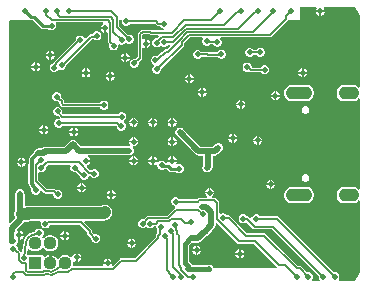
<source format=gbl>
G04*
G04 #@! TF.GenerationSoftware,Altium Limited,Altium Designer,25.2.1 (25)*
G04*
G04 Layer_Physical_Order=2*
G04 Layer_Color=16711680*
%FSAX26Y26*%
%MOIN*%
G70*
G04*
G04 #@! TF.SameCoordinates,B4543352-C1F1-4858-B80E-EDAD671B2EAA*
G04*
G04*
G04 #@! TF.FilePolarity,Positive*
G04*
G01*
G75*
%ADD10C,0.019685*%
%ADD11C,0.007874*%
%ADD13C,0.011811*%
%ADD16C,0.005118*%
%ADD86C,0.015748*%
%ADD87C,0.009842*%
G04:AMPARAMS|DCode=89|XSize=43.307mil|YSize=66.929mil|CornerRadius=19.488mil|HoleSize=0mil|Usage=FLASHONLY|Rotation=90.000|XOffset=0mil|YOffset=0mil|HoleType=Round|Shape=RoundedRectangle|*
%AMROUNDEDRECTD89*
21,1,0.043307,0.027953,0,0,90.0*
21,1,0.004331,0.066929,0,0,90.0*
1,1,0.038976,0.013976,0.002165*
1,1,0.038976,0.013976,-0.002165*
1,1,0.038976,-0.013976,-0.002165*
1,1,0.038976,-0.013976,0.002165*
%
%ADD89ROUNDEDRECTD89*%
G04:AMPARAMS|DCode=90|XSize=43.307mil|YSize=86.614mil|CornerRadius=19.488mil|HoleSize=0mil|Usage=FLASHONLY|Rotation=90.000|XOffset=0mil|YOffset=0mil|HoleType=Round|Shape=RoundedRectangle|*
%AMROUNDEDRECTD90*
21,1,0.043307,0.047638,0,0,90.0*
21,1,0.004331,0.086614,0,0,90.0*
1,1,0.038976,0.023819,0.002165*
1,1,0.038976,0.023819,-0.002165*
1,1,0.038976,-0.023819,-0.002165*
1,1,0.038976,-0.023819,0.002165*
%
%ADD90ROUNDEDRECTD90*%
%ADD91C,0.019685*%
%ADD92C,0.043701*%
%ADD93R,0.043701X0.043701*%
%ADD94C,0.039370*%
G36*
X00568578Y00456443D02*
X00579350Y00440323D01*
X00585011Y00426654D01*
X00585011Y00189634D01*
X00580011Y00188117D01*
X00578764Y00189984D01*
X00570624Y00195423D01*
X00561024Y00197332D01*
X00533071Y00197332D01*
X00523470Y00195423D01*
X00515331Y00189984D01*
X00509892Y00181845D01*
X00507983Y00172244D01*
X00507983Y00167913D01*
X00509892Y00158312D01*
X00515331Y00150173D01*
X00523470Y00144735D01*
X00533071Y00142825D01*
X00561024Y00142825D01*
X00570624Y00144735D01*
X00578764Y00150173D01*
X00580011Y00152041D01*
X00585011Y00150524D01*
X00585011Y-00150524D01*
X00580011Y-00152041D01*
X00578764Y-00150173D01*
X00570624Y-00144735D01*
X00561024Y-00142825D01*
X00533071Y-00142825D01*
X00523470Y-00144735D01*
X00515331Y-00150173D01*
X00509892Y-00158312D01*
X00507983Y-00167913D01*
X00507983Y-00172244D01*
X00509892Y-00181845D01*
X00515331Y-00189984D01*
X00523470Y-00195423D01*
X00533071Y-00197332D01*
X00561024Y-00197332D01*
X00570624Y-00195423D01*
X00578764Y-00189984D01*
X00580011Y-00188117D01*
X00585011Y-00189634D01*
X00585011Y-00426654D01*
X00579350Y-00440323D01*
X00568578Y-00456443D01*
X00567963Y-00457059D01*
X00516052Y-00457059D01*
X00513981Y-00452059D01*
X00514652Y-00451388D01*
X00516929Y-00445889D01*
X00516929Y-00439938D01*
X00514652Y-00434439D01*
X00510443Y-00430230D01*
X00504944Y-00427953D01*
X00500065Y-00427953D01*
X00314307Y-00242195D01*
X00311311Y-00240193D01*
X00307778Y-00239490D01*
X00307778Y-00239491D01*
X00251763Y-00239491D01*
X00248312Y-00236040D01*
X00242814Y-00233762D01*
X00236862Y-00233762D01*
X00231363Y-00236040D01*
X00227155Y-00240249D01*
X00225354Y-00244596D01*
X00220258Y-00246571D01*
X00216546Y-00242859D01*
X00213551Y-00240858D01*
X00210018Y-00240155D01*
X00210017Y-00240155D01*
X00207538Y-00240155D01*
X00203853Y-00236470D01*
X00198354Y-00234192D01*
X00192402Y-00234192D01*
X00186904Y-00236470D01*
X00182695Y-00240678D01*
X00180418Y-00246177D01*
X00180418Y-00252129D01*
X00182695Y-00257627D01*
X00186904Y-00261836D01*
X00192402Y-00264113D01*
X00198354Y-00264113D01*
X00203853Y-00261836D01*
X00206631Y-00259058D01*
X00229692Y-00282119D01*
X00229692Y-00282119D01*
X00232687Y-00284120D01*
X00236220Y-00284823D01*
X00236221Y-00284823D01*
X00291451Y-00284823D01*
X00447638Y-00441010D01*
X00447638Y-00445889D01*
X00449915Y-00451388D01*
X00450586Y-00452059D01*
X00448515Y-00457059D01*
X00427469Y-00457059D01*
X00425398Y-00452059D01*
X00426069Y-00451388D01*
X00428346Y-00445889D01*
X00428346Y-00439938D01*
X00426069Y-00434439D01*
X00421860Y-00430230D01*
X00416362Y-00427953D01*
X00410410Y-00427953D01*
X00409763Y-00428221D01*
X00389393Y-00407851D01*
X00386854Y-00406154D01*
X00383858Y-00405558D01*
X00377258Y-00405558D01*
X00271283Y-00299583D01*
X00268743Y-00297886D01*
X00265748Y-00297291D01*
X00209935Y-00297291D01*
X00153173Y-00240528D01*
X00150633Y-00238831D01*
X00147638Y-00238236D01*
X00140904Y-00238236D01*
X00140636Y-00237589D01*
X00136427Y-00233380D01*
X00130929Y-00231102D01*
X00124977Y-00231102D01*
X00121095Y-00232710D01*
X00116095Y-00230230D01*
X00116095Y-00196850D01*
X00115499Y-00193855D01*
X00113803Y-00191315D01*
X00103960Y-00181473D01*
X00101421Y-00179776D01*
X00098425Y-00179180D01*
X00094165Y-00179180D01*
X00092848Y-00175767D01*
X00092698Y-00174180D01*
X00096573Y-00170305D01*
X00098851Y-00164807D01*
X00098851Y-00164784D01*
X00068930Y-00164784D01*
X00068930Y-00164807D01*
X00071207Y-00170305D01*
X00075082Y-00174180D01*
X00074932Y-00175767D01*
X00073616Y-00179180D01*
X00049213Y-00179180D01*
X00046217Y-00179776D01*
X00043678Y-00181473D01*
X00041246Y-00183905D01*
X-00016577Y-00183905D01*
X-00016845Y-00183258D01*
X-00021053Y-00179049D01*
X-00026552Y-00176772D01*
X-00032503Y-00176772D01*
X-00038002Y-00179049D01*
X-00042211Y-00183258D01*
X-00044488Y-00188756D01*
X-00044488Y-00194708D01*
X-00042211Y-00200207D01*
X-00038002Y-00204415D01*
X-00032504Y-00206693D01*
X-00030312Y-00211343D01*
X-00030325Y-00211693D01*
X-00032323Y-00213029D01*
X-00058889Y-00239594D01*
X-00121199Y-00239594D01*
X-00121200Y-00239594D01*
X-00124195Y-00240190D01*
X-00126734Y-00241886D01*
X-00135733Y-00250885D01*
X-00136380Y-00250617D01*
X-00142332Y-00250617D01*
X-00147831Y-00252895D01*
X-00152039Y-00257103D01*
X-00154317Y-00262602D01*
X-00154317Y-00268553D01*
X-00152039Y-00274052D01*
X-00147831Y-00278261D01*
X-00142332Y-00280538D01*
X-00136380Y-00280538D01*
X-00130882Y-00278261D01*
X-00130858Y-00278237D01*
X-00123873Y-00278254D01*
X-00123041Y-00279086D01*
X-00117543Y-00281363D01*
X-00111591Y-00281363D01*
X-00106092Y-00279086D01*
X-00101884Y-00274877D01*
X-00101616Y-00274230D01*
X-00096299Y-00274230D01*
X-00094665Y-00275571D01*
X-00094665Y-00278212D01*
X-00092387Y-00283711D01*
X-00090234Y-00285864D01*
X-00090234Y-00297723D01*
X-00093695Y-00301185D01*
X-00095392Y-00303724D01*
X-00095988Y-00306720D01*
X-00095988Y-00310979D01*
X-00165669Y-00380661D01*
X-00210225Y-00380661D01*
X-00213220Y-00381257D01*
X-00215760Y-00382954D01*
X-00237776Y-00404970D01*
X-00242014Y-00402137D01*
X-00241339Y-00400507D01*
X-00241339Y-00400483D01*
X-00271260Y-00400483D01*
X-00271260Y-00400507D01*
X-00270505Y-00402329D01*
X-00273846Y-00407329D01*
X-00367599Y-00407329D01*
X-00371436Y-00402329D01*
X-00370866Y-00400204D01*
X-00370866Y-00393582D01*
X-00369210Y-00392215D01*
X-00366302Y-00390817D01*
X-00361243Y-00392913D01*
X-00361220Y-00392913D01*
X-00361220Y-00377952D01*
X-00361220Y-00362991D01*
X-00361243Y-00362991D01*
X-00366742Y-00365269D01*
X-00370950Y-00369478D01*
X-00373228Y-00374976D01*
X-00373228Y-00376050D01*
X-00378228Y-00378121D01*
X-00381276Y-00375073D01*
X-00387425Y-00371523D01*
X-00394284Y-00369685D01*
X-00401385Y-00369685D01*
X-00408244Y-00371523D01*
X-00414394Y-00375073D01*
X-00419415Y-00380095D01*
X-00420335Y-00381688D01*
X-00425335Y-00381688D01*
X-00426254Y-00380095D01*
X-00431276Y-00375073D01*
X-00437425Y-00371523D01*
X-00442913Y-00370052D01*
X-00442913Y-00396654D01*
X-00452756Y-00396654D01*
X-00452756Y-00370052D01*
X-00458244Y-00371523D01*
X-00464394Y-00375073D01*
X-00465866Y-00376546D01*
X-00470866Y-00374475D01*
X-00470866Y-00369685D01*
X-00520808Y-00369685D01*
X-00524711Y-00365309D01*
X-00522658Y-00351040D01*
X-00517353Y-00349274D01*
X-00514394Y-00352234D01*
X-00508244Y-00355784D01*
X-00501385Y-00357622D01*
X-00494284Y-00357622D01*
X-00487425Y-00355784D01*
X-00481276Y-00352234D01*
X-00476254Y-00347213D01*
X-00475335Y-00345620D01*
X-00470335Y-00345620D01*
X-00469415Y-00347213D01*
X-00464394Y-00352234D01*
X-00458244Y-00355784D01*
X-00451385Y-00357622D01*
X-00444284Y-00357622D01*
X-00437425Y-00355784D01*
X-00431276Y-00352234D01*
X-00426255Y-00347213D01*
X-00422704Y-00341063D01*
X-00420866Y-00334204D01*
X-00420866Y-00327103D01*
X-00422704Y-00320244D01*
X-00426255Y-00314095D01*
X-00431276Y-00309074D01*
X-00437425Y-00305523D01*
X-00444284Y-00303685D01*
X-00451385Y-00303685D01*
X-00458244Y-00305523D01*
X-00464394Y-00309074D01*
X-00467434Y-00312114D01*
X-00473303Y-00312515D01*
X-00474092Y-00312195D01*
X-00475397Y-00310746D01*
X-00474612Y-00308666D01*
X-00471065Y-00305119D01*
X-00468787Y-00299620D01*
X-00468787Y-00293669D01*
X-00471065Y-00288170D01*
X-00475273Y-00283962D01*
X-00480772Y-00281684D01*
X-00486724Y-00281684D01*
X-00492222Y-00283962D01*
X-00496431Y-00288170D01*
X-00498097Y-00292193D01*
X-00506976Y-00294434D01*
X-00507001Y-00294334D01*
X-00507547Y-00294406D01*
X-00511522Y-00296053D01*
X-00511528Y-00296055D01*
X-00511528Y-00296056D01*
X-00511529Y-00296056D01*
X-00516597Y-00298155D01*
X-00524369Y-00304119D01*
X-00530333Y-00311891D01*
X-00534082Y-00320941D01*
X-00534577Y-00324700D01*
X-00534743Y-00325536D01*
X-00534709Y-00325707D01*
X-00534759Y-00326083D01*
X-00534972Y-00326688D01*
X-00539810Y-00360324D01*
X-00544881Y-00360459D01*
X-00544933Y-00360194D01*
X-00546630Y-00357654D01*
X-00554348Y-00349936D01*
X-00555905Y-00348896D01*
X-00555905Y-00346630D01*
X-00558183Y-00341132D01*
X-00562110Y-00337205D01*
X-00558183Y-00333278D01*
X-00555905Y-00327779D01*
X-00555905Y-00323066D01*
X-00555217Y-00321247D01*
X-00554134Y-00320335D01*
X-00554134Y-00303486D01*
X-00554134Y-00288526D01*
X-00554157Y-00288526D01*
X-00555866Y-00289233D01*
X-00558698Y-00284995D01*
X-00537442Y-00263739D01*
X-00534136Y-00258790D01*
X-00534116Y-00258690D01*
X-00522818Y-00258690D01*
X-00513140Y-00256765D01*
X-00512326Y-00256221D01*
X-00480796Y-00256221D01*
X-00477457Y-00261221D01*
X-00478457Y-00263636D01*
X-00478457Y-00269588D01*
X-00476180Y-00275086D01*
X-00471971Y-00279295D01*
X-00466472Y-00281572D01*
X-00460521Y-00281572D01*
X-00455022Y-00279295D01*
X-00450813Y-00275086D01*
X-00448536Y-00269588D01*
X-00448536Y-00268291D01*
X-00348959Y-00268291D01*
X-00323984Y-00293266D01*
X-00323984Y-00296395D01*
X-00323388Y-00299390D01*
X-00321691Y-00301930D01*
X-00310236Y-00313385D01*
X-00310236Y-00317936D01*
X-00307958Y-00323435D01*
X-00303750Y-00327643D01*
X-00298251Y-00329921D01*
X-00292299Y-00329921D01*
X-00286801Y-00327643D01*
X-00282592Y-00323435D01*
X-00280315Y-00317936D01*
X-00280315Y-00311984D01*
X-00282592Y-00306486D01*
X-00286801Y-00302277D01*
X-00292299Y-00299999D01*
X-00298251Y-00299999D01*
X-00300536Y-00300946D01*
X-00308329Y-00293152D01*
X-00308329Y-00290023D01*
X-00308925Y-00287028D01*
X-00310622Y-00284488D01*
X-00334269Y-00260841D01*
X-00332356Y-00256221D01*
X-00269584Y-00256221D01*
X-00259907Y-00254296D01*
X-00251702Y-00248814D01*
X-00248354Y-00245466D01*
X-00242872Y-00237261D01*
X-00240947Y-00227584D01*
X-00242872Y-00217906D01*
X-00248354Y-00209702D01*
X-00256558Y-00204220D01*
X-00266236Y-00202295D01*
X-00275914Y-00204220D01*
X-00278044Y-00205643D01*
X-00520349Y-00205643D01*
X-00527975Y-00207160D01*
X-00532353Y-00204378D01*
X-00532975Y-00203525D01*
X-00532975Y-00165178D01*
X-00533268Y-00163704D01*
X-00533268Y-00162202D01*
X-00533843Y-00160814D01*
X-00534136Y-00159340D01*
X-00534971Y-00158091D01*
X-00535545Y-00156703D01*
X-00536608Y-00155641D01*
X-00537442Y-00154392D01*
X-00538692Y-00153557D01*
X-00539754Y-00152495D01*
X-00541142Y-00151920D01*
X-00542391Y-00151085D01*
X-00543865Y-00150792D01*
X-00545253Y-00150217D01*
X-00546755Y-00150217D01*
X-00548228Y-00149924D01*
X-00549702Y-00150217D01*
X-00551204Y-00150217D01*
X-00552592Y-00150792D01*
X-00554066Y-00151085D01*
X-00555315Y-00151920D01*
X-00556703Y-00152495D01*
X-00557765Y-00153557D01*
X-00559014Y-00154392D01*
X-00559849Y-00155641D01*
X-00560911Y-00156703D01*
X-00561486Y-00158091D01*
X-00562321Y-00159340D01*
X-00562614Y-00160814D01*
X-00563189Y-00162202D01*
X-00563189Y-00163704D01*
X-00563482Y-00165178D01*
X-00563482Y-00221896D01*
X-00564703Y-00223723D01*
X-00566628Y-00233401D01*
X-00564703Y-00243079D01*
X-00563482Y-00244906D01*
X-00563482Y-00246635D01*
X-00580392Y-00263545D01*
X-00585011Y-00261631D01*
X-00585011Y00409353D01*
X-00582677Y00413386D01*
X-00513789Y00413386D01*
X-00511811Y00412992D01*
X-00506208Y00412992D01*
X-00479679Y00386463D01*
X-00476358Y00384244D01*
X-00472441Y00383465D01*
X-00453835Y00383465D01*
X-00451388Y00381018D01*
X-00445889Y00378740D01*
X-00439938Y00378740D01*
X-00434439Y00381018D01*
X-00430230Y00385226D01*
X-00427953Y00390725D01*
X-00427953Y00396677D01*
X-00429526Y00400476D01*
X-00428502Y00402809D01*
X-00427032Y00404717D01*
X-00426469Y00405165D01*
X-00270914Y00405165D01*
X-00269920Y00400165D01*
X-00273023Y00398879D01*
X-00277231Y00394671D01*
X-00279509Y00389172D01*
X-00279509Y00389149D01*
X-00264548Y00389149D01*
X-00264548Y00386196D01*
X-00261596Y00386196D01*
X-00261596Y00371236D01*
X-00261573Y00371236D01*
X-00259678Y00372020D01*
X-00254678Y00368679D01*
X-00254678Y00340917D01*
X-00254082Y00337922D01*
X-00252385Y00335382D01*
X-00249883Y00332880D01*
X-00251181Y00329747D01*
X-00251181Y00323795D01*
X-00248903Y00318296D01*
X-00244695Y00314088D01*
X-00239196Y00311810D01*
X-00233244Y00311810D01*
X-00227746Y00314088D01*
X-00223537Y00318296D01*
X-00221260Y00323795D01*
X-00221260Y00329720D01*
X-00219647Y00331519D01*
X-00217213Y00333043D01*
X-00212493Y00331088D01*
X-00206541Y00331088D01*
X-00201043Y00333366D01*
X-00196834Y00337574D01*
X-00191975Y00336241D01*
X-00187404Y00334348D01*
X-00181452Y00334348D01*
X-00175954Y00336626D01*
X-00171745Y00340834D01*
X-00169468Y00346333D01*
X-00169468Y00352284D01*
X-00171745Y00357783D01*
X-00175954Y00361992D01*
X-00181452Y00364269D01*
X-00187404Y00364269D01*
X-00188051Y00364001D01*
X-00218550Y00394501D01*
X-00218550Y00413386D01*
X-00210490Y00413386D01*
X-00209449Y00411827D01*
X-00209449Y00405875D01*
X-00207171Y00400377D01*
X-00202963Y00396168D01*
X-00197464Y00393890D01*
X-00191512Y00393890D01*
X-00186014Y00396168D01*
X-00181805Y00400377D01*
X-00181331Y00401520D01*
X-00098185Y00401520D01*
X-00092149Y00395484D01*
X-00089610Y00393787D01*
X-00086614Y00393192D01*
X-00080522Y00393192D01*
X-00079219Y00390045D01*
X-00075010Y00385836D01*
X-00069511Y00383559D01*
X-00069589Y00378591D01*
X-00106653Y00378591D01*
X-00107219Y00379157D01*
X-00109759Y00380854D01*
X-00112754Y00381450D01*
X-00139404Y00381450D01*
X-00142400Y00380854D01*
X-00144939Y00379157D01*
X-00153173Y00370923D01*
X-00154869Y00368384D01*
X-00155465Y00365389D01*
X-00155465Y00291412D01*
X-00163684Y00283192D01*
X-00164331Y00283461D01*
X-00170283Y00283461D01*
X-00175782Y00281183D01*
X-00179990Y00276974D01*
X-00182268Y00271476D01*
X-00182268Y00265524D01*
X-00179990Y00260025D01*
X-00175782Y00255817D01*
X-00170283Y00253539D01*
X-00164331Y00253539D01*
X-00158833Y00255817D01*
X-00154624Y00260025D01*
X-00152347Y00265524D01*
X-00152347Y00271476D01*
X-00152615Y00272123D01*
X-00142103Y00282634D01*
X-00140406Y00285174D01*
X-00139810Y00288169D01*
X-00139810Y00318534D01*
X-00134810Y00321308D01*
X-00131431Y00319908D01*
X-00131407Y00319908D01*
X-00131407Y00334868D01*
X-00131407Y00349829D01*
X-00131431Y00349829D01*
X-00134810Y00348429D01*
X-00139810Y00351203D01*
X-00139810Y00362146D01*
X-00136162Y00365795D01*
X-00115996Y00365795D01*
X-00115430Y00365228D01*
X-00112891Y00363532D01*
X-00109895Y00362936D01*
X-00086522Y00362936D01*
X-00084451Y00357936D01*
X-00090445Y00351941D01*
X-00095365Y00351941D01*
X-00100864Y00349664D01*
X-00105072Y00345455D01*
X-00107350Y00339957D01*
X-00107350Y00334005D01*
X-00105072Y00328506D01*
X-00100864Y00324298D01*
X-00095365Y00322020D01*
X-00089414Y00322020D01*
X-00083915Y00324298D01*
X-00079706Y00328506D01*
X-00076051Y00326542D01*
X-00075922Y00326417D01*
X-00075918Y00326414D01*
X-00070420Y00324136D01*
X-00064468Y00324136D01*
X-00058969Y00326414D01*
X-00054761Y00330622D01*
X-00054493Y00331269D01*
X-00048040Y00331269D01*
X-00046126Y00326650D01*
X-00057060Y00315716D01*
X-00061623Y00315716D01*
X-00064619Y00315120D01*
X-00067158Y00313423D01*
X-00075083Y00305499D01*
X-00077113Y00305095D01*
X-00079653Y00303398D01*
X-00079653Y00303398D01*
X-00090235Y00292816D01*
X-00093481Y00294160D01*
X-00099433Y00294160D01*
X-00104931Y00291882D01*
X-00109140Y00287674D01*
X-00111417Y00282175D01*
X-00111417Y00276224D01*
X-00109140Y00270725D01*
X-00104931Y00266517D01*
X-00103530Y00265936D01*
X-00103369Y00265663D01*
X-00102738Y00260196D01*
X-00105315Y00257619D01*
X-00107592Y00252120D01*
X-00107592Y00246169D01*
X-00105315Y00240670D01*
X-00101106Y00236461D01*
X-00095608Y00234184D01*
X-00089656Y00234184D01*
X-00084157Y00236461D01*
X-00079949Y00240670D01*
X-00077671Y00246169D01*
X-00077671Y00250609D01*
X-00002899Y00325382D01*
X-00002899Y00325382D01*
X-00001202Y00327921D01*
X-00000606Y00330917D01*
X-00000606Y00330917D01*
X-00000606Y00337001D01*
X00017557Y00355165D01*
X00059758Y00355165D01*
X00061776Y00350165D01*
X00059842Y00345495D01*
X00059842Y00339543D01*
X00062120Y00334045D01*
X00066328Y00329836D01*
X00071827Y00327558D01*
X00077779Y00327558D01*
X00083277Y00329836D01*
X00086164Y00332723D01*
X00096469Y00332723D01*
X00097553Y00330108D01*
X00101761Y00325899D01*
X00107260Y00323621D01*
X00113212Y00323621D01*
X00118710Y00325899D01*
X00122919Y00330108D01*
X00125196Y00335606D01*
X00125196Y00341558D01*
X00122919Y00347057D01*
X00119811Y00350165D01*
X00121367Y00355165D01*
X00284252Y00355165D01*
X00287248Y00355760D01*
X00289787Y00357457D01*
X00342531Y00410201D01*
X00344228Y00412741D01*
X00344356Y00413386D01*
X00385827Y00413386D01*
X00385827Y00457059D01*
X00438673Y00457059D01*
X00440744Y00452059D01*
X00440073Y00451388D01*
X00437795Y00445889D01*
X00437795Y00445866D01*
X00467716Y00445866D01*
X00467716Y00445889D01*
X00465439Y00451388D01*
X00464768Y00452059D01*
X00466839Y00457059D01*
X00567963Y00457059D01*
X00568578Y00456443D01*
X00568578Y00456443D02*
G37*
G36*
X00176381Y-00330338D02*
X00178921Y-00332035D01*
X00181916Y-00332631D01*
X00232978Y-00332631D01*
X00308733Y-00408386D01*
X00308190Y-00411164D01*
X00306873Y-00413386D01*
X00096103Y-00413386D01*
X00093979Y-00408258D01*
X00089770Y-00404049D01*
X00084272Y-00401772D01*
X00078320Y-00401772D01*
X00074182Y-00403486D01*
X00024114Y-00403486D01*
X00023690Y-00401352D01*
X00020818Y-00397055D01*
X00020818Y-00397055D01*
X00015061Y-00391297D01*
X00015061Y-00337552D01*
X00023721Y-00328891D01*
X00024492Y-00329045D01*
X00044745Y-00329045D01*
X00050583Y-00327884D01*
X00055531Y-00324577D01*
X00074649Y-00305459D01*
X00078562Y-00302844D01*
X00093091Y-00288315D01*
X00095706Y-00284402D01*
X00099541Y-00280567D01*
X00102847Y-00275619D01*
X00104008Y-00269781D01*
X00104008Y-00264498D01*
X00108628Y-00262584D01*
X00176381Y-00330338D01*
X00176381Y-00330338D02*
G37*
%LPC*%
G36*
X00467716Y00439961D02*
X00455709Y00439961D01*
X00455709Y00427953D01*
X00455732Y00427953D01*
X00461230Y00430230D01*
X00465439Y00434439D01*
X00467716Y00439938D01*
X00467716Y00439961D01*
X00467716Y00439961D02*
G37*
G36*
X00449803Y00439961D02*
X00437795Y00439961D01*
X00437795Y00439938D01*
X00440073Y00434439D01*
X00444281Y00430230D01*
X00449780Y00427953D01*
X00449803Y00427953D01*
X00449803Y00439961D01*
X00449803Y00439961D02*
G37*
G36*
X-00267501Y00383243D02*
X-00279509Y00383243D01*
X-00279509Y00383220D01*
X-00277231Y00377722D01*
X-00273023Y00373513D01*
X-00267524Y00371236D01*
X-00267501Y00371236D01*
X-00267501Y00383243D01*
X-00267501Y00383243D02*
G37*
G36*
X-00288712Y00375290D02*
X-00294663Y00375290D01*
X-00300162Y00373012D01*
X-00304371Y00368804D01*
X-00305624Y00365778D01*
X-00311766Y00365778D01*
X-00311767Y00365778D01*
X-00314762Y00365182D01*
X-00317301Y00363485D01*
X-00328517Y00352270D01*
X-00334414Y00353443D01*
X-00335125Y00355159D01*
X-00339334Y00359368D01*
X-00344832Y00361646D01*
X-00350784Y00361646D01*
X-00356283Y00359368D01*
X-00360491Y00355159D01*
X-00362769Y00349661D01*
X-00362769Y00345763D01*
X-00432399Y00276133D01*
X-00434096Y00273594D01*
X-00434692Y00270599D01*
X-00434692Y00269434D01*
X-00437123Y00269434D01*
X-00442622Y00267157D01*
X-00446830Y00262948D01*
X-00449108Y00257450D01*
X-00449108Y00251498D01*
X-00446830Y00245999D01*
X-00442622Y00241791D01*
X-00437123Y00239513D01*
X-00431171Y00239513D01*
X-00425673Y00241791D01*
X-00421464Y00245999D01*
X-00421051Y00246997D01*
X-00417819Y00250659D01*
X-00412320Y00248381D01*
X-00406368Y00248381D01*
X-00400870Y00250659D01*
X-00396661Y00254867D01*
X-00394384Y00260366D01*
X-00394384Y00264263D01*
X-00308524Y00350123D01*
X-00302638Y00350123D01*
X-00300162Y00347647D01*
X-00294663Y00345369D01*
X-00288712Y00345369D01*
X-00283213Y00347647D01*
X-00279005Y00351855D01*
X-00276727Y00357354D01*
X-00276727Y00363305D01*
X-00279005Y00368804D01*
X-00283213Y00373012D01*
X-00288712Y00375290D01*
X-00288712Y00375290D02*
G37*
G36*
X-00125479Y00349829D02*
X-00125502Y00349829D01*
X-00125502Y00337821D01*
X-00113494Y00337821D01*
X-00113494Y00337844D01*
X-00115772Y00343343D01*
X-00119980Y00347551D01*
X-00125479Y00349829D01*
X-00125479Y00349829D02*
G37*
G36*
X-00113494Y00331916D02*
X-00125502Y00331916D01*
X-00125502Y00319908D01*
X-00125479Y00319908D01*
X-00119980Y00322185D01*
X-00115772Y00326394D01*
X-00113494Y00331893D01*
X-00113494Y00331916D01*
X-00113494Y00331916D02*
G37*
G36*
X00255933Y00321299D02*
X00249981Y00321299D01*
X00244483Y00319021D01*
X00240274Y00314813D01*
X00239805Y00313680D01*
X00230668Y00313680D01*
X00230601Y00313841D01*
X00226392Y00318050D01*
X00220894Y00320327D01*
X00214942Y00320327D01*
X00209443Y00318050D01*
X00205235Y00313841D01*
X00202957Y00308343D01*
X00202957Y00302391D01*
X00205235Y00296892D01*
X00209443Y00292684D01*
X00214942Y00290406D01*
X00220894Y00290406D01*
X00226392Y00292684D01*
X00230601Y00296892D01*
X00231070Y00298025D01*
X00240207Y00298025D01*
X00240274Y00297864D01*
X00244483Y00293655D01*
X00249981Y00291378D01*
X00255933Y00291378D01*
X00261432Y00293655D01*
X00265640Y00297864D01*
X00267918Y00303363D01*
X00267918Y00309314D01*
X00265640Y00314813D01*
X00261432Y00319021D01*
X00255933Y00321299D01*
X00255933Y00321299D02*
G37*
G36*
X00126365Y00314042D02*
X00120413Y00314042D01*
X00114915Y00311765D01*
X00110706Y00307556D01*
X00110055Y00305985D01*
X00080592Y00305985D01*
X00078113Y00306478D01*
X00057046Y00306478D01*
X00056778Y00307125D01*
X00052569Y00311333D01*
X00047071Y00313611D01*
X00041119Y00313611D01*
X00035620Y00311333D01*
X00031412Y00307125D01*
X00029134Y00301626D01*
X00029134Y00295675D01*
X00031412Y00290176D01*
X00035620Y00285967D01*
X00041119Y00283690D01*
X00047071Y00283690D01*
X00052569Y00285967D01*
X00056778Y00290176D01*
X00057046Y00290823D01*
X00076128Y00290823D01*
X00078606Y00290330D01*
X00110983Y00290330D01*
X00114915Y00286399D01*
X00120413Y00284121D01*
X00126365Y00284121D01*
X00131863Y00286399D01*
X00136072Y00290607D01*
X00138350Y00296106D01*
X00138350Y00302057D01*
X00136072Y00307556D01*
X00131863Y00311765D01*
X00126365Y00314042D01*
X00126365Y00314042D02*
G37*
G36*
X-00444087Y00310807D02*
X-00444110Y00310807D01*
X-00444110Y00298799D01*
X-00432102Y00298799D01*
X-00432102Y00298822D01*
X-00434380Y00304321D01*
X-00438588Y00308529D01*
X-00444087Y00310807D01*
X-00444087Y00310807D02*
G37*
G36*
X-00450016Y00310807D02*
X-00450039Y00310807D01*
X-00455537Y00308529D01*
X-00459746Y00304321D01*
X-00462024Y00298822D01*
X-00462024Y00298799D01*
X-00450016Y00298799D01*
X-00450016Y00310807D01*
X-00450016Y00310807D02*
G37*
G36*
X-00194428Y00302915D02*
X-00194451Y00302915D01*
X-00194451Y00290907D01*
X-00182443Y00290907D01*
X-00182443Y00290930D01*
X-00184720Y00296428D01*
X-00188929Y00300637D01*
X-00194428Y00302915D01*
X-00194428Y00302915D02*
G37*
G36*
X-00200356Y00302915D02*
X-00200379Y00302915D01*
X-00205878Y00300637D01*
X-00210086Y00296428D01*
X-00212364Y00290930D01*
X-00212364Y00290907D01*
X-00200356Y00290907D01*
X-00200356Y00302915D01*
X-00200356Y00302915D02*
G37*
G36*
X-00432102Y00292894D02*
X-00444110Y00292894D01*
X-00444110Y00280886D01*
X-00444087Y00280886D01*
X-00438588Y00283163D01*
X-00434380Y00287372D01*
X-00432102Y00292870D01*
X-00432102Y00292894D01*
X-00432102Y00292894D02*
G37*
G36*
X-00450016Y00292894D02*
X-00462024Y00292894D01*
X-00462024Y00292870D01*
X-00459746Y00287372D01*
X-00455537Y00283163D01*
X-00450039Y00280886D01*
X-00450016Y00280886D01*
X-00450016Y00292894D01*
X-00450016Y00292894D02*
G37*
G36*
X-00182443Y00285001D02*
X-00194451Y00285001D01*
X-00194451Y00272993D01*
X-00194428Y00272993D01*
X-00188929Y00275271D01*
X-00184720Y00279479D01*
X-00182443Y00284978D01*
X-00182443Y00285001D01*
X-00182443Y00285001D02*
G37*
G36*
X-00200356Y00285001D02*
X-00212364Y00285001D01*
X-00212364Y00284978D01*
X-00210086Y00279479D01*
X-00205878Y00275271D01*
X-00200379Y00272993D01*
X-00200356Y00272993D01*
X-00200356Y00285001D01*
X-00200356Y00285001D02*
G37*
G36*
X-00492472Y00272311D02*
X-00492495Y00272311D01*
X-00492495Y00260303D01*
X-00480487Y00260303D01*
X-00480487Y00260326D01*
X-00482765Y00265825D01*
X-00486973Y00270034D01*
X-00492472Y00272311D01*
X-00492472Y00272311D02*
G37*
G36*
X-00498401Y00272311D02*
X-00498424Y00272311D01*
X-00503922Y00270034D01*
X-00508131Y00265825D01*
X-00510408Y00260326D01*
X-00510408Y00260303D01*
X-00498401Y00260303D01*
X-00498401Y00272311D01*
X-00498401Y00272311D02*
G37*
G36*
X-00480487Y00254398D02*
X-00492495Y00254398D01*
X-00492495Y00242390D01*
X-00492472Y00242390D01*
X-00486973Y00244667D01*
X-00482765Y00248876D01*
X-00480487Y00254375D01*
X-00480487Y00254398D01*
X-00480487Y00254398D02*
G37*
G36*
X-00498401Y00254398D02*
X-00510408Y00254398D01*
X-00510408Y00254375D01*
X-00508131Y00248876D01*
X-00503922Y00244667D01*
X-00498424Y00242390D01*
X-00498401Y00242390D01*
X-00498401Y00254398D01*
X-00498401Y00254398D02*
G37*
G36*
X00398040Y00252818D02*
X00398017Y00252818D01*
X00398017Y00240810D01*
X00410025Y00240810D01*
X00410025Y00240833D01*
X00407747Y00246332D01*
X00403539Y00250541D01*
X00398040Y00252818D01*
X00398040Y00252818D02*
G37*
G36*
X00392111Y00252818D02*
X00392088Y00252818D01*
X00386590Y00250541D01*
X00382381Y00246332D01*
X00380104Y00240833D01*
X00380104Y00240810D01*
X00392111Y00240810D01*
X00392111Y00252818D01*
X00392111Y00252818D02*
G37*
G36*
X-00325097Y00251810D02*
X-00325120Y00251810D01*
X-00325120Y00239802D01*
X-00313112Y00239802D01*
X-00313112Y00239825D01*
X-00315390Y00245324D01*
X-00319598Y00249533D01*
X-00325097Y00251810D01*
X-00325097Y00251810D02*
G37*
G36*
X-00331026Y00251810D02*
X-00331049Y00251810D01*
X-00336547Y00249533D01*
X-00340756Y00245324D01*
X-00343034Y00239825D01*
X-00343034Y00239802D01*
X-00331026Y00239802D01*
X-00331026Y00251810D01*
X-00331026Y00251810D02*
G37*
G36*
X00211637Y00270866D02*
X00205685Y00270866D01*
X00200186Y00268588D01*
X00195978Y00264380D01*
X00193700Y00258881D01*
X00193700Y00252929D01*
X00195978Y00247430D01*
X00200186Y00243222D01*
X00205685Y00240944D01*
X00211637Y00240944D01*
X00215071Y00242367D01*
X00215743Y00241695D01*
X00218282Y00239998D01*
X00221277Y00239403D01*
X00221278Y00239403D01*
X00254029Y00239403D01*
X00254297Y00238756D01*
X00258505Y00234547D01*
X00264004Y00232269D01*
X00269956Y00232269D01*
X00275454Y00234547D01*
X00279663Y00238756D01*
X00281940Y00244254D01*
X00281940Y00250206D01*
X00279663Y00255705D01*
X00275454Y00259913D01*
X00269956Y00262191D01*
X00264004Y00262191D01*
X00258505Y00259913D01*
X00254297Y00255705D01*
X00254029Y00255058D01*
X00224520Y00255058D01*
X00223621Y00255956D01*
X00223621Y00258881D01*
X00221344Y00264380D01*
X00217135Y00268588D01*
X00211637Y00270866D01*
X00211637Y00270866D02*
G37*
G36*
X-00244662Y00241243D02*
X-00244685Y00241243D01*
X-00244685Y00229235D01*
X-00232677Y00229235D01*
X-00232677Y00229258D01*
X-00234954Y00234756D01*
X-00239163Y00238965D01*
X-00244662Y00241243D01*
X-00244662Y00241243D02*
G37*
G36*
X-00250590Y00241243D02*
X-00250613Y00241243D01*
X-00256112Y00238965D01*
X-00260320Y00234756D01*
X-00262598Y00229258D01*
X-00262598Y00229235D01*
X-00250590Y00229235D01*
X-00250590Y00241243D01*
X-00250590Y00241243D02*
G37*
G36*
X00410025Y00234905D02*
X00398017Y00234905D01*
X00398017Y00222897D01*
X00398040Y00222897D01*
X00403539Y00225174D01*
X00407747Y00229383D01*
X00410025Y00234882D01*
X00410025Y00234905D01*
X00410025Y00234905D02*
G37*
G36*
X00392111Y00234905D02*
X00380104Y00234905D01*
X00380104Y00234882D01*
X00382381Y00229383D01*
X00386590Y00225174D01*
X00392088Y00222897D01*
X00392111Y00222897D01*
X00392111Y00234905D01*
X00392111Y00234905D02*
G37*
G36*
X-00313112Y00233897D02*
X-00325120Y00233897D01*
X-00325120Y00221889D01*
X-00325097Y00221889D01*
X-00319598Y00224167D01*
X-00315390Y00228375D01*
X-00313112Y00233874D01*
X-00313112Y00233897D01*
X-00313112Y00233897D02*
G37*
G36*
X-00331026Y00233897D02*
X-00343034Y00233897D01*
X-00343034Y00233874D01*
X-00340756Y00228375D01*
X-00336547Y00224167D01*
X-00331049Y00221889D01*
X-00331026Y00221889D01*
X-00331026Y00233897D01*
X-00331026Y00233897D02*
G37*
G36*
X00019511Y00231872D02*
X00019488Y00231872D01*
X00019488Y00219864D01*
X00031496Y00219864D01*
X00031496Y00219887D01*
X00029219Y00225386D01*
X00025010Y00229594D01*
X00019511Y00231872D01*
X00019511Y00231872D02*
G37*
G36*
X00013583Y00231872D02*
X00013560Y00231872D01*
X00008061Y00229594D01*
X00003853Y00225386D01*
X00001575Y00219887D01*
X00001575Y00219864D01*
X00013583Y00219864D01*
X00013583Y00231872D01*
X00013583Y00231872D02*
G37*
G36*
X-00232677Y00223329D02*
X-00244685Y00223329D01*
X-00244685Y00211321D01*
X-00244662Y00211321D01*
X-00239163Y00213599D01*
X-00234954Y00217808D01*
X-00232677Y00223306D01*
X-00232677Y00223329D01*
X-00232677Y00223329D02*
G37*
G36*
X-00250590Y00223329D02*
X-00262598Y00223329D01*
X-00262598Y00223306D01*
X-00260320Y00217808D01*
X-00256112Y00213599D01*
X-00250613Y00211321D01*
X-00250590Y00211321D01*
X-00250590Y00223329D01*
X-00250590Y00223329D02*
G37*
G36*
X00031496Y00213959D02*
X00019488Y00213959D01*
X00019488Y00201951D01*
X00019511Y00201951D01*
X00025010Y00204228D01*
X00029219Y00208437D01*
X00031496Y00213936D01*
X00031496Y00213959D01*
X00031496Y00213959D02*
G37*
G36*
X00013583Y00213959D02*
X00001575Y00213959D01*
X00001575Y00213936D01*
X00003853Y00208437D01*
X00008061Y00204228D01*
X00013560Y00201951D01*
X00013583Y00201951D01*
X00013583Y00213959D01*
X00013583Y00213959D02*
G37*
G36*
X00062031Y00188189D02*
X00062008Y00188189D01*
X00062008Y00176181D01*
X00074015Y00176181D01*
X00074015Y00176204D01*
X00071738Y00181702D01*
X00067529Y00185911D01*
X00062031Y00188189D01*
X00062031Y00188189D02*
G37*
G36*
X00056102Y00188189D02*
X00056079Y00188189D01*
X00050580Y00185911D01*
X00046372Y00181702D01*
X00044094Y00176204D01*
X00044094Y00176181D01*
X00056102Y00176181D01*
X00056102Y00188189D01*
X00056102Y00188189D02*
G37*
G36*
X00306335Y00175506D02*
X00306312Y00175506D01*
X00306312Y00163498D01*
X00318320Y00163498D01*
X00318320Y00163521D01*
X00316042Y00169019D01*
X00311833Y00173228D01*
X00306335Y00175506D01*
X00306335Y00175506D02*
G37*
G36*
X00300406Y00175506D02*
X00300383Y00175506D01*
X00294884Y00173228D01*
X00290676Y00169019D01*
X00288398Y00163521D01*
X00288398Y00163498D01*
X00300406Y00163498D01*
X00300406Y00175506D01*
X00300406Y00175506D02*
G37*
G36*
X00074015Y00170275D02*
X00062008Y00170275D01*
X00062008Y00158267D01*
X00062031Y00158267D01*
X00067529Y00160545D01*
X00071738Y00164754D01*
X00074015Y00170252D01*
X00074015Y00170275D01*
X00074015Y00170275D02*
G37*
G36*
X00056102Y00170275D02*
X00044094Y00170275D01*
X00044094Y00170252D01*
X00046372Y00164754D01*
X00050580Y00160545D01*
X00056079Y00158267D01*
X00056102Y00158267D01*
X00056102Y00170275D01*
X00056102Y00170275D02*
G37*
G36*
X00318320Y00157592D02*
X00306312Y00157592D01*
X00306312Y00145584D01*
X00306335Y00145584D01*
X00311833Y00147862D01*
X00316042Y00152071D01*
X00318320Y00157569D01*
X00318320Y00157592D01*
X00318320Y00157592D02*
G37*
G36*
X00300406Y00157592D02*
X00288398Y00157592D01*
X00288398Y00157569D01*
X00290676Y00152071D01*
X00294884Y00147862D01*
X00300383Y00145584D01*
X00300406Y00145584D01*
X00300406Y00157592D01*
X00300406Y00157592D02*
G37*
G36*
X00406299Y00197332D02*
X00358661Y00197332D01*
X00349060Y00195423D01*
X00340921Y00189984D01*
X00335483Y00181845D01*
X00333573Y00172244D01*
X00333573Y00167913D01*
X00335483Y00158312D01*
X00340921Y00150173D01*
X00349060Y00144735D01*
X00358661Y00142825D01*
X00406299Y00142825D01*
X00415900Y00144735D01*
X00424039Y00150173D01*
X00429478Y00158312D01*
X00431387Y00167913D01*
X00431387Y00172244D01*
X00429478Y00181845D01*
X00424039Y00189984D01*
X00415900Y00195423D01*
X00406299Y00197332D01*
X00406299Y00197332D02*
G37*
G36*
X00191325Y00146814D02*
X00191301Y00146814D01*
X00191301Y00134806D01*
X00203309Y00134806D01*
X00203309Y00134829D01*
X00201032Y00140328D01*
X00196823Y00144536D01*
X00191325Y00146814D01*
X00191325Y00146814D02*
G37*
G36*
X00185396Y00146814D02*
X00185373Y00146814D01*
X00179874Y00144536D01*
X00175666Y00140328D01*
X00173388Y00134829D01*
X00173388Y00134806D01*
X00185396Y00134806D01*
X00185396Y00146814D01*
X00185396Y00146814D02*
G37*
G36*
X00203309Y00128900D02*
X00191301Y00128900D01*
X00191301Y00116892D01*
X00191325Y00116892D01*
X00196823Y00119170D01*
X00201032Y00123379D01*
X00203309Y00128877D01*
X00203309Y00128900D01*
X00203309Y00128900D02*
G37*
G36*
X00185396Y00128900D02*
X00173388Y00128900D01*
X00173388Y00128877D01*
X00175666Y00123379D01*
X00179874Y00119170D01*
X00185373Y00116892D01*
X00185396Y00116892D01*
X00185396Y00128900D01*
X00185396Y00128900D02*
G37*
G36*
X-00422220Y00172441D02*
X-00428172Y00172441D01*
X-00433671Y00170163D01*
X-00437879Y00165954D01*
X-00440157Y00160456D01*
X-00440157Y00154504D01*
X-00437879Y00149006D01*
X-00433671Y00144797D01*
X-00428172Y00142519D01*
X-00422220Y00142519D01*
X-00421272Y00142912D01*
X-00418599Y00140239D01*
X-00416609Y00138909D01*
X-00416609Y00135075D01*
X-00416014Y00132080D01*
X-00414317Y00129540D01*
X-00409162Y00124386D01*
X-00406623Y00122689D01*
X-00403627Y00122094D01*
X-00281061Y00122094D01*
X-00280793Y00121447D01*
X-00276584Y00117238D01*
X-00271086Y00114960D01*
X-00265134Y00114960D01*
X-00259635Y00117238D01*
X-00255427Y00121447D01*
X-00253149Y00126945D01*
X-00253149Y00132897D01*
X-00255427Y00138395D01*
X-00259635Y00142604D01*
X-00265134Y00144882D01*
X-00271086Y00144882D01*
X-00276584Y00142604D01*
X-00280793Y00138395D01*
X-00281061Y00137749D01*
X-00400385Y00137749D01*
X-00400954Y00138318D01*
X-00400954Y00142697D01*
X-00400954Y00142697D01*
X-00401550Y00145693D01*
X-00403247Y00148232D01*
X-00406324Y00151309D01*
X-00408863Y00153006D01*
X-00410236Y00154504D01*
X-00410236Y00160456D01*
X-00412513Y00165954D01*
X-00416722Y00170163D01*
X-00422220Y00172441D01*
X-00422220Y00172441D02*
G37*
G36*
X00405892Y00126575D02*
X00400801Y00126575D01*
X00396098Y00124627D01*
X00392499Y00121028D01*
X00390551Y00116325D01*
X00390551Y00111234D01*
X00392499Y00106531D01*
X00396098Y00102932D01*
X00400801Y00100984D01*
X00405892Y00100984D01*
X00410594Y00102932D01*
X00414194Y00106531D01*
X00416142Y00111234D01*
X00416142Y00116325D01*
X00414194Y00121028D01*
X00410594Y00124627D01*
X00405892Y00126575D01*
X00405892Y00126575D02*
G37*
G36*
X-00102339Y00086811D02*
X-00102756Y00086811D01*
X-00102756Y00074409D01*
X-00090354Y00074409D01*
X-00090354Y00074826D01*
X-00092632Y00080325D01*
X-00096840Y00084533D01*
X-00102339Y00086811D01*
X-00102339Y00086811D02*
G37*
G36*
X-00107874Y00086811D02*
X-00108291Y00086811D01*
X-00113789Y00084533D01*
X-00117998Y00080325D01*
X-00120275Y00074826D01*
X-00120275Y00074409D01*
X-00107874Y00074409D01*
X-00107874Y00086811D01*
X-00107874Y00086811D02*
G37*
G36*
X-00038363Y00086811D02*
X-00038780Y00086811D01*
X-00038780Y00074409D01*
X-00026378Y00074409D01*
X-00026378Y00074826D01*
X-00028655Y00080325D01*
X-00032864Y00084533D01*
X-00038363Y00086811D01*
X-00038363Y00086811D02*
G37*
G36*
X-00166315Y00086811D02*
X-00166732Y00086811D01*
X-00166732Y00074409D01*
X-00154331Y00074409D01*
X-00154331Y00074826D01*
X-00156608Y00080325D01*
X-00160817Y00084533D01*
X-00166315Y00086811D01*
X-00166315Y00086811D02*
G37*
G36*
X-00043898Y00086811D02*
X-00044314Y00086811D01*
X-00049813Y00084533D01*
X-00054021Y00080325D01*
X-00056299Y00074826D01*
X-00056299Y00074409D01*
X-00043898Y00074409D01*
X-00043898Y00086811D01*
X-00043898Y00086811D02*
G37*
G36*
X-00171850Y00086811D02*
X-00172267Y00086811D01*
X-00177766Y00084533D01*
X-00181974Y00080325D01*
X-00184252Y00074826D01*
X-00184252Y00074409D01*
X-00171850Y00074409D01*
X-00171850Y00086811D01*
X-00171850Y00086811D02*
G37*
G36*
X-00026378Y00069291D02*
X-00038780Y00069291D01*
X-00038780Y00056890D01*
X-00038363Y00056890D01*
X-00032864Y00059167D01*
X-00028655Y00063376D01*
X-00026378Y00068874D01*
X-00026378Y00069291D01*
X-00026378Y00069291D02*
G37*
G36*
X-00043898Y00069291D02*
X-00056299Y00069291D01*
X-00056299Y00068874D01*
X-00054021Y00063376D01*
X-00049813Y00059167D01*
X-00044314Y00056890D01*
X-00043898Y00056890D01*
X-00043898Y00069291D01*
X-00043898Y00069291D02*
G37*
G36*
X-00090354Y00069291D02*
X-00102756Y00069291D01*
X-00102756Y00056890D01*
X-00102339Y00056890D01*
X-00096840Y00059167D01*
X-00092632Y00063376D01*
X-00090354Y00068874D01*
X-00090354Y00069291D01*
X-00090354Y00069291D02*
G37*
G36*
X-00107874Y00069291D02*
X-00120275Y00069291D01*
X-00120275Y00068874D01*
X-00117998Y00063376D01*
X-00113789Y00059167D01*
X-00108291Y00056890D01*
X-00107874Y00056890D01*
X-00107874Y00069291D01*
X-00107874Y00069291D02*
G37*
G36*
X-00154331Y00069291D02*
X-00166732Y00069291D01*
X-00166732Y00056890D01*
X-00166315Y00056890D01*
X-00160817Y00059167D01*
X-00156608Y00063376D01*
X-00154331Y00068874D01*
X-00154331Y00069291D01*
X-00154331Y00069291D02*
G37*
G36*
X-00171850Y00069291D02*
X-00184252Y00069291D01*
X-00184252Y00068874D01*
X-00181974Y00063376D01*
X-00177766Y00059167D01*
X-00172267Y00056890D01*
X-00171850Y00056890D01*
X-00171850Y00069291D01*
X-00171850Y00069291D02*
G37*
G36*
X-00465377Y00062205D02*
X-00465400Y00062205D01*
X-00465400Y00050197D01*
X-00453392Y00050197D01*
X-00453392Y00050220D01*
X-00455670Y00055718D01*
X-00459878Y00059927D01*
X-00465377Y00062205D01*
X-00465377Y00062205D02*
G37*
G36*
X-00471305Y00062205D02*
X-00471329Y00062205D01*
X-00476827Y00059927D01*
X-00481036Y00055718D01*
X-00483313Y00050220D01*
X-00483313Y00050197D01*
X-00471305Y00050197D01*
X-00471305Y00062205D01*
X-00471305Y00062205D02*
G37*
G36*
X-00419465Y00123664D02*
X-00425416Y00123664D01*
X-00430915Y00121386D01*
X-00435124Y00117178D01*
X-00437401Y00111679D01*
X-00437401Y00105727D01*
X-00435124Y00100229D01*
X-00430915Y00096020D01*
X-00425416Y00093743D01*
X-00419833Y00093743D01*
X-00414868Y00088777D01*
X-00415390Y00087083D01*
X-00417319Y00084157D01*
X-00422244Y00084157D01*
X-00427743Y00081880D01*
X-00431952Y00077671D01*
X-00434229Y00072173D01*
X-00434229Y00066221D01*
X-00431952Y00060722D01*
X-00427743Y00056514D01*
X-00422244Y00054236D01*
X-00416293Y00054236D01*
X-00410794Y00056514D01*
X-00406586Y00060722D01*
X-00406317Y00061369D01*
X-00227468Y00061369D01*
X-00225984Y00059886D01*
X-00225984Y00056961D01*
X-00223706Y00051462D01*
X-00219498Y00047254D01*
X-00213999Y00044976D01*
X-00208048Y00044976D01*
X-00202549Y00047254D01*
X-00198340Y00051462D01*
X-00196063Y00056961D01*
X-00196063Y00062912D01*
X-00198340Y00068411D01*
X-00202549Y00072620D01*
X-00202453Y00077992D01*
X-00199990Y00079012D01*
X-00195781Y00083221D01*
X-00193504Y00088719D01*
X-00193504Y00094671D01*
X-00195781Y00100169D01*
X-00199990Y00104378D01*
X-00205489Y00106656D01*
X-00211440Y00106656D01*
X-00216939Y00104378D01*
X-00221148Y00100169D01*
X-00221416Y00099522D01*
X-00403474Y00099522D01*
X-00408124Y00104173D01*
X-00407480Y00105727D01*
X-00407480Y00111679D01*
X-00409758Y00117178D01*
X-00413966Y00121386D01*
X-00419465Y00123664D01*
X-00419465Y00123664D02*
G37*
G36*
X-00365891Y00055007D02*
X-00365914Y00055007D01*
X-00365914Y00042999D01*
X-00353906Y00042999D01*
X-00353906Y00043023D01*
X-00356184Y00048521D01*
X-00360392Y00052730D01*
X-00365891Y00055007D01*
X-00365891Y00055007D02*
G37*
G36*
X-00371819Y00055007D02*
X-00371842Y00055007D01*
X-00377341Y00052730D01*
X-00381550Y00048521D01*
X-00383827Y00043023D01*
X-00383827Y00042999D01*
X-00371819Y00042999D01*
X-00371819Y00055007D01*
X-00371819Y00055007D02*
G37*
G36*
X-00453392Y00044291D02*
X-00465400Y00044291D01*
X-00465400Y00032283D01*
X-00465377Y00032283D01*
X-00459878Y00034561D01*
X-00455670Y00038770D01*
X-00453392Y00044268D01*
X-00453392Y00044291D01*
X-00453392Y00044291D02*
G37*
G36*
X-00471305Y00044291D02*
X-00483313Y00044291D01*
X-00483313Y00044268D01*
X-00481036Y00038770D01*
X-00476827Y00034561D01*
X-00471329Y00032283D01*
X-00471305Y00032283D01*
X-00471305Y00044291D01*
X-00471305Y00044291D02*
G37*
G36*
X-00353906Y00037094D02*
X-00365914Y00037094D01*
X-00365914Y00025086D01*
X-00365891Y00025086D01*
X-00360392Y00027364D01*
X-00356184Y00031572D01*
X-00353906Y00037071D01*
X-00353906Y00037094D01*
X-00353906Y00037094D02*
G37*
G36*
X-00371819Y00037094D02*
X-00383827Y00037094D01*
X-00383827Y00037071D01*
X-00381550Y00031572D01*
X-00377341Y00027364D01*
X-00371842Y00025086D01*
X-00371819Y00025086D01*
X-00371819Y00037094D01*
X-00371819Y00037094D02*
G37*
G36*
X00164444Y00034193D02*
X00164421Y00034193D01*
X00164421Y00022185D01*
X00176429Y00022185D01*
X00176429Y00022208D01*
X00174152Y00027707D01*
X00169943Y00031915D01*
X00164444Y00034193D01*
X00164444Y00034193D02*
G37*
G36*
X00158516Y00034193D02*
X00158493Y00034193D01*
X00152994Y00031915D01*
X00148786Y00027707D01*
X00146508Y00022208D01*
X00146508Y00022185D01*
X00158516Y00022185D01*
X00158516Y00034193D01*
X00158516Y00034193D02*
G37*
G36*
X00247071Y00026742D02*
X00247047Y00026742D01*
X00247047Y00014734D01*
X00259055Y00014734D01*
X00259055Y00014757D01*
X00256778Y00020256D01*
X00252569Y00024464D01*
X00247071Y00026742D01*
X00247071Y00026742D02*
G37*
G36*
X00241142Y00026742D02*
X00241119Y00026742D01*
X00235620Y00024464D01*
X00231412Y00020256D01*
X00229134Y00014757D01*
X00229134Y00014734D01*
X00241142Y00014734D01*
X00241142Y00026742D01*
X00241142Y00026742D02*
G37*
G36*
X-00038363Y00022834D02*
X-00038780Y00022834D01*
X-00038780Y00010433D01*
X-00026378Y00010433D01*
X-00026378Y00010850D01*
X-00028655Y00016348D01*
X-00032864Y00020557D01*
X-00038363Y00022834D01*
X-00038363Y00022834D02*
G37*
G36*
X-00166315Y00022834D02*
X-00166732Y00022834D01*
X-00166732Y00010433D01*
X-00154331Y00010433D01*
X-00154331Y00010850D01*
X-00156608Y00016348D01*
X-00160817Y00020557D01*
X-00166315Y00022834D01*
X-00166315Y00022834D02*
G37*
G36*
X-00043898Y00022834D02*
X-00044314Y00022834D01*
X-00049813Y00020557D01*
X-00054021Y00016348D01*
X-00056299Y00010850D01*
X-00056299Y00010433D01*
X-00043898Y00010433D01*
X-00043898Y00022834D01*
X-00043898Y00022834D02*
G37*
G36*
X-00171850Y00022834D02*
X-00172267Y00022834D01*
X-00177766Y00020557D01*
X-00181974Y00016348D01*
X-00184252Y00010850D01*
X-00184252Y00010433D01*
X-00171850Y00010433D01*
X-00171850Y00022834D01*
X-00171850Y00022834D02*
G37*
G36*
X00176429Y00016280D02*
X00164421Y00016280D01*
X00164421Y00004272D01*
X00164444Y00004272D01*
X00169943Y00006549D01*
X00174152Y00010758D01*
X00176429Y00016256D01*
X00176429Y00016280D01*
X00176429Y00016280D02*
G37*
G36*
X00158516Y00016280D02*
X00146508Y00016280D01*
X00146508Y00016256D01*
X00148786Y00010758D01*
X00152994Y00006549D01*
X00158493Y00004272D01*
X00158516Y00004272D01*
X00158516Y00016280D01*
X00158516Y00016280D02*
G37*
G36*
X00259055Y00008829D02*
X00247047Y00008829D01*
X00247047Y-00003179D01*
X00247071Y-00003179D01*
X00252569Y-00000902D01*
X00256778Y00003307D01*
X00259055Y00008806D01*
X00259055Y00008829D01*
X00259055Y00008829D02*
G37*
G36*
X00241142Y00008829D02*
X00229134Y00008829D01*
X00229134Y00008806D01*
X00231412Y00003307D01*
X00235620Y-00000902D01*
X00241119Y-00003179D01*
X00241142Y-00003179D01*
X00241142Y00008829D01*
X00241142Y00008829D02*
G37*
G36*
X-00026378Y00005315D02*
X-00038780Y00005315D01*
X-00038780Y-00007087D01*
X-00038363Y-00007087D01*
X-00032864Y-00004809D01*
X-00028655Y-00000601D01*
X-00026378Y00004898D01*
X-00026378Y00005315D01*
X-00026378Y00005315D02*
G37*
G36*
X-00043898Y00005315D02*
X-00056299Y00005315D01*
X-00056299Y00004898D01*
X-00054021Y-00000601D01*
X-00049813Y-00004809D01*
X-00044314Y-00007087D01*
X-00043898Y-00007087D01*
X-00043898Y00005315D01*
X-00043898Y00005315D02*
G37*
G36*
X-00102339Y-00041142D02*
X-00102756Y-00041142D01*
X-00102756Y-00053543D01*
X-00090354Y-00053543D01*
X-00090354Y-00053127D01*
X-00092632Y-00047628D01*
X-00096840Y-00043419D01*
X-00102339Y-00041142D01*
X-00102339Y-00041142D02*
G37*
G36*
X-00107874Y-00041142D02*
X-00108291Y-00041142D01*
X-00113789Y-00043419D01*
X-00117998Y-00047628D01*
X-00120275Y-00053127D01*
X-00120275Y-00053543D01*
X-00107874Y-00053543D01*
X-00107874Y-00041142D01*
X-00107874Y-00041142D02*
G37*
G36*
X-00038363Y-00041142D02*
X-00038780Y-00041142D01*
X-00038780Y-00053544D01*
X-00026378Y-00053544D01*
X-00026378Y-00053127D01*
X-00028655Y-00047628D01*
X-00032864Y-00043419D01*
X-00038363Y-00041142D01*
X-00038363Y-00041142D02*
G37*
G36*
X-00166315Y-00041142D02*
X-00166732Y-00041142D01*
X-00166732Y-00053544D01*
X-00154331Y-00053544D01*
X-00154331Y-00053127D01*
X-00156608Y-00047628D01*
X-00160817Y-00043419D01*
X-00166315Y-00041142D01*
X-00166315Y-00041142D02*
G37*
G36*
X-00043898Y-00041142D02*
X-00044314Y-00041142D01*
X-00049813Y-00043419D01*
X-00054021Y-00047628D01*
X-00056299Y-00053127D01*
X-00056299Y-00053544D01*
X-00043898Y-00053544D01*
X-00043898Y-00041142D01*
X-00043898Y-00041142D02*
G37*
G36*
X-00171850Y-00041142D02*
X-00172267Y-00041142D01*
X-00177766Y-00043419D01*
X-00181974Y-00047628D01*
X-00184252Y-00053127D01*
X-00184252Y-00053544D01*
X-00171850Y-00053544D01*
X-00171850Y-00041142D01*
X-00171850Y-00041142D02*
G37*
G36*
X-00540116Y-00045276D02*
X-00540139Y-00045276D01*
X-00540139Y-00057284D01*
X-00528131Y-00057284D01*
X-00528131Y-00057261D01*
X-00530409Y-00051762D01*
X-00534617Y-00047553D01*
X-00540116Y-00045276D01*
X-00540116Y-00045276D02*
G37*
G36*
X-00546044Y-00045276D02*
X-00546067Y-00045276D01*
X-00551566Y-00047553D01*
X-00555775Y-00051762D01*
X-00558052Y-00057261D01*
X-00558052Y-00057284D01*
X-00546044Y-00057284D01*
X-00546044Y-00045276D01*
X-00546044Y-00045276D02*
G37*
G36*
X-00071898Y-00055634D02*
X-00077850Y-00055634D01*
X-00083348Y-00057911D01*
X-00085735Y-00060298D01*
X-00086736Y-00060033D01*
X-00089006Y-00058661D01*
X-00102756Y-00058661D01*
X-00102756Y-00071063D01*
X-00102339Y-00071063D01*
X-00096840Y-00068785D01*
X-00094454Y-00066399D01*
X-00093452Y-00066663D01*
X-00089834Y-00068851D01*
X-00089834Y-00073570D01*
X-00087557Y-00079069D01*
X-00083348Y-00083277D01*
X-00077850Y-00085555D01*
X-00071898Y-00085555D01*
X-00066399Y-00083277D01*
X-00065835Y-00082713D01*
X-00059392Y-00082713D01*
X-00052584Y-00089522D01*
X-00049263Y-00091741D01*
X-00045346Y-00092520D01*
X-00028888Y-00092520D01*
X-00026441Y-00094967D01*
X-00020943Y-00097245D01*
X-00014991Y-00097245D01*
X-00009492Y-00094967D01*
X-00005284Y-00090758D01*
X-00003006Y-00085260D01*
X-00003006Y-00079308D01*
X-00005284Y-00073809D01*
X-00009492Y-00069601D01*
X-00014991Y-00067323D01*
X-00020943Y-00067323D01*
X-00026441Y-00069601D01*
X-00026551Y-00069543D01*
X-00028655Y-00064577D01*
X-00026378Y-00059078D01*
X-00026378Y-00058662D01*
X-00041339Y-00058662D01*
X-00056299Y-00058662D01*
X-00056299Y-00059078D01*
X-00057654Y-00060123D01*
X-00062191Y-00062120D01*
X-00066399Y-00057911D01*
X-00071898Y-00055634D01*
X-00071898Y-00055634D02*
G37*
G36*
X-00107874Y-00058661D02*
X-00120275Y-00058661D01*
X-00120275Y-00059078D01*
X-00117998Y-00064577D01*
X-00113789Y-00068785D01*
X-00108291Y-00071063D01*
X-00107874Y-00071063D01*
X-00107874Y-00058661D01*
X-00107874Y-00058661D02*
G37*
G36*
X-00154331Y-00058662D02*
X-00166732Y-00058662D01*
X-00166732Y-00071063D01*
X-00166315Y-00071063D01*
X-00160817Y-00068785D01*
X-00156608Y-00064577D01*
X-00154331Y-00059078D01*
X-00154331Y-00058662D01*
X-00154331Y-00058662D02*
G37*
G36*
X-00171850Y-00058662D02*
X-00184252Y-00058662D01*
X-00184252Y-00059078D01*
X-00181974Y-00064577D01*
X-00177766Y-00068785D01*
X-00172267Y-00071063D01*
X-00171850Y-00071063D01*
X-00171850Y-00058662D01*
X-00171850Y-00058662D02*
G37*
G36*
X-00528131Y-00063189D02*
X-00540139Y-00063189D01*
X-00540139Y-00075197D01*
X-00540116Y-00075197D01*
X-00534617Y-00072919D01*
X-00530409Y-00068711D01*
X-00528131Y-00063212D01*
X-00528131Y-00063189D01*
X-00528131Y-00063189D02*
G37*
G36*
X-00546044Y-00063189D02*
X-00558052Y-00063189D01*
X-00558052Y-00063212D01*
X-00555775Y-00068711D01*
X-00551566Y-00072919D01*
X-00546067Y-00075197D01*
X-00546044Y-00075197D01*
X-00546044Y-00063189D01*
X-00546044Y-00063189D02*
G37*
G36*
X-00014764Y00054624D02*
X-00016237Y00054331D01*
X-00017739Y00054331D01*
X-00019127Y00053756D01*
X-00020601Y00053463D01*
X-00021850Y00052628D01*
X-00023238Y00052053D01*
X-00024300Y00050991D01*
X-00025550Y00050156D01*
X-00026384Y00048907D01*
X-00027447Y00047845D01*
X-00028021Y00046457D01*
X-00028856Y00045208D01*
X-00029149Y00043734D01*
X-00029724Y00042346D01*
X-00029724Y00040844D01*
X-00030017Y00039370D01*
X-00029724Y00037897D01*
X-00029724Y00036394D01*
X-00029149Y00035006D01*
X-00028856Y00033533D01*
X-00028021Y00032283D01*
X-00027447Y00030896D01*
X-00026384Y00029833D01*
X-00025550Y00028584D01*
X00036050Y-00033016D01*
X00036885Y-00033574D01*
X00037442Y-00034408D01*
X00042391Y-00037715D01*
X00048228Y-00038876D01*
X00063353Y-00038876D01*
X00063353Y-00069993D01*
X00062372Y-00070973D01*
X00061797Y-00072361D01*
X00060963Y-00073610D01*
X00060669Y-00075084D01*
X00060095Y-00076472D01*
X00060095Y-00077974D01*
X00059801Y-00079448D01*
X00060095Y-00080921D01*
X00060095Y-00082424D01*
X00060669Y-00083811D01*
X00060963Y-00085285D01*
X00061797Y-00086534D01*
X00062372Y-00087922D01*
X00063434Y-00088984D01*
X00064269Y-00090234D01*
X00065518Y-00091068D01*
X00066581Y-00092131D01*
X00067969Y-00092706D01*
X00069218Y-00093540D01*
X00070692Y-00093833D01*
X00072079Y-00094408D01*
X00073582Y-00094408D01*
X00075055Y-00094701D01*
X00076529Y-00094408D01*
X00078031Y-00094408D01*
X00079419Y-00093833D01*
X00080893Y-00093540D01*
X00082142Y-00092706D01*
X00083530Y-00092131D01*
X00084592Y-00091068D01*
X00085841Y-00090234D01*
X00089392Y-00086683D01*
X00092699Y-00081734D01*
X00093860Y-00075897D01*
X00093860Y-00038876D01*
X00100985Y-00038876D01*
X00106822Y-00037715D01*
X00111771Y-00034408D01*
X00123778Y-00022400D01*
X00124613Y-00021151D01*
X00125675Y-00020089D01*
X00126250Y-00018701D01*
X00127085Y-00017452D01*
X00127378Y-00015978D01*
X00127953Y-00014590D01*
X00127953Y-00013088D01*
X00128246Y-00011614D01*
X00127953Y-00010141D01*
X00127953Y-00008639D01*
X00127378Y-00007251D01*
X00127085Y-00005777D01*
X00126250Y-00004528D01*
X00125675Y-00003140D01*
X00124613Y-00002078D01*
X00123778Y-00000828D01*
X00122529Y00000006D01*
X00121467Y00001069D01*
X00120079Y00001644D01*
X00118830Y00002478D01*
X00117356Y00002771D01*
X00115968Y00003346D01*
X00114466Y00003346D01*
X00112992Y00003639D01*
X00111519Y00003346D01*
X00110017Y00003346D01*
X00108629Y00002771D01*
X00107155Y00002478D01*
X00105906Y00001644D01*
X00104518Y00001069D01*
X00103456Y00000006D01*
X00102206Y-00000828D01*
X00094666Y-00008368D01*
X00080575Y-00008368D01*
X00079591Y-00008564D01*
X00078606Y-00008368D01*
X00054547Y-00008368D01*
X-00003978Y00050156D01*
X-00005227Y00050991D01*
X-00006289Y00052053D01*
X-00007677Y00052628D01*
X-00008926Y00053463D01*
X-00010400Y00053756D01*
X-00011788Y00054331D01*
X-00013290Y00054331D01*
X-00014764Y00054624D01*
X-00014764Y00054624D02*
G37*
G36*
X-00372047Y00013777D02*
X-00373521Y00013484D01*
X-00375023Y00013484D01*
X-00376411Y00012909D01*
X-00377885Y00012616D01*
X-00379134Y00011781D01*
X-00380522Y00011207D01*
X-00381584Y00010144D01*
X-00382833Y00009309D01*
X-00400511Y-00008368D01*
X-00463215Y-00008368D01*
X-00469053Y-00009529D01*
X-00474001Y-00012836D01*
X-00475833Y-00014668D01*
X-00486613Y-00014668D01*
X-00492451Y-00015829D01*
X-00497399Y-00019135D01*
X-00498974Y-00020710D01*
X-00499809Y-00021959D01*
X-00500871Y-00023021D01*
X-00501446Y-00024409D01*
X-00502281Y-00025659D01*
X-00502574Y-00027132D01*
X-00503149Y-00028520D01*
X-00503149Y-00030022D01*
X-00503283Y-00030695D01*
X-00515787Y-00043200D01*
X-00518223Y-00046846D01*
X-00519079Y-00051147D01*
X-00519079Y-00063427D01*
X-00519726Y-00066678D01*
X-00519726Y-00122085D01*
X-00519726Y-00131870D01*
X-00519541Y-00132800D01*
X-00519568Y-00133747D01*
X-00519117Y-00134930D01*
X-00518870Y-00136171D01*
X-00518343Y-00136959D01*
X-00518006Y-00137845D01*
X-00509842Y-00150850D01*
X-00509842Y-00156519D01*
X-00507565Y-00162018D01*
X-00503356Y-00166226D01*
X-00497858Y-00168504D01*
X-00491906Y-00168504D01*
X-00486407Y-00166226D01*
X-00482199Y-00162018D01*
X-00480217Y-00157232D01*
X-00477341Y-00155971D01*
X-00474921Y-00155457D01*
X-00467298Y-00163080D01*
X-00464758Y-00164777D01*
X-00461763Y-00165373D01*
X-00437013Y-00165373D01*
X-00437013Y-00170001D01*
X-00434735Y-00175500D01*
X-00430527Y-00179708D01*
X-00425028Y-00181986D01*
X-00419077Y-00181986D01*
X-00413578Y-00179708D01*
X-00409369Y-00175500D01*
X-00407092Y-00170001D01*
X-00407092Y-00164050D01*
X-00409369Y-00158551D01*
X-00413578Y-00154342D01*
X-00419077Y-00152065D01*
X-00425028Y-00152065D01*
X-00427229Y-00152976D01*
X-00428195Y-00152011D01*
X-00430734Y-00150314D01*
X-00433730Y-00149718D01*
X-00458521Y-00149718D01*
X-00487076Y-00121163D01*
X-00487076Y-00097152D01*
X-00482076Y-00093811D01*
X-00480359Y-00094522D01*
X-00474408Y-00094522D01*
X-00468909Y-00092244D01*
X-00464701Y-00088036D01*
X-00462423Y-00082537D01*
X-00462423Y-00076585D01*
X-00462502Y-00076396D01*
X-00455154Y-00069048D01*
X-00382521Y-00069048D01*
X-00379180Y-00074048D01*
X-00379891Y-00075764D01*
X-00379891Y-00081716D01*
X-00377613Y-00087215D01*
X-00373405Y-00091423D01*
X-00367906Y-00093701D01*
X-00361954Y-00093701D01*
X-00361307Y-00093433D01*
X-00349335Y-00105406D01*
X-00348827Y-00105745D01*
X-00348827Y-00107453D01*
X-00346549Y-00112952D01*
X-00342341Y-00117160D01*
X-00336842Y-00119438D01*
X-00330890Y-00119438D01*
X-00325392Y-00117160D01*
X-00321183Y-00112952D01*
X-00318906Y-00107453D01*
X-00318906Y-00105751D01*
X-00313906Y-00104756D01*
X-00312901Y-00107180D01*
X-00308693Y-00111389D01*
X-00303194Y-00113666D01*
X-00297243Y-00113666D01*
X-00291744Y-00111389D01*
X-00287536Y-00107180D01*
X-00285258Y-00101682D01*
X-00285258Y-00095730D01*
X-00287536Y-00090231D01*
X-00291744Y-00086023D01*
X-00297243Y-00083745D01*
X-00303194Y-00083745D01*
X-00308693Y-00086023D01*
X-00309803Y-00087133D01*
X-00315364Y-00087133D01*
X-00326434Y-00076063D01*
X-00325672Y-00073212D01*
X-00324578Y-00070848D01*
X-00319598Y-00068785D01*
X-00315390Y-00064577D01*
X-00313112Y-00059078D01*
X-00313112Y-00059055D01*
X-00328073Y-00059055D01*
X-00328073Y-00053150D01*
X-00313112Y-00053150D01*
X-00313112Y-00053127D01*
X-00315390Y-00047628D01*
X-00319598Y-00043419D01*
X-00321649Y-00042570D01*
X-00320655Y-00037570D01*
X-00183268Y-00037570D01*
X-00181794Y-00037277D01*
X-00180292Y-00037277D01*
X-00178904Y-00036702D01*
X-00177430Y-00036409D01*
X-00176181Y-00035574D01*
X-00174793Y-00034999D01*
X-00173731Y-00033937D01*
X-00172482Y-00033102D01*
X-00171647Y-00031853D01*
X-00170585Y-00030791D01*
X-00170010Y-00029403D01*
X-00169175Y-00028154D01*
X-00168882Y-00026680D01*
X-00168307Y-00025292D01*
X-00168307Y-00023790D01*
X-00168014Y-00022316D01*
X-00168307Y-00020843D01*
X-00168307Y-00019340D01*
X-00168882Y-00017953D01*
X-00169175Y-00016479D01*
X-00170010Y-00015230D01*
X-00170585Y-00013842D01*
X-00171647Y-00012779D01*
X-00172110Y-00012087D01*
X-00171472Y-00009622D01*
X-00170132Y-00007087D01*
X-00166315Y-00007087D01*
X-00160817Y-00004809D01*
X-00156608Y-00000601D01*
X-00154331Y00004898D01*
X-00154331Y00005315D01*
X-00169291Y00005315D01*
X-00184252Y00005315D01*
X-00184252Y00004898D01*
X-00181974Y-00000601D01*
X-00181160Y-00001415D01*
X-00181291Y-00002427D01*
X-00183268Y-00007062D01*
X-00344889Y-00007062D01*
X-00361261Y00009309D01*
X-00362510Y00010144D01*
X-00363573Y00011207D01*
X-00364961Y00011781D01*
X-00366210Y00012616D01*
X-00367684Y00012909D01*
X-00369072Y00013484D01*
X-00370574Y00013484D01*
X-00372047Y00013777D01*
X-00372047Y00013777D02*
G37*
G36*
X00405892Y-00100984D02*
X00400801Y-00100984D01*
X00396098Y-00102932D01*
X00392499Y-00106531D01*
X00390551Y-00111234D01*
X00390551Y-00116325D01*
X00392499Y-00121028D01*
X00396098Y-00124627D01*
X00400801Y-00126575D01*
X00405892Y-00126575D01*
X00410594Y-00124627D01*
X00414194Y-00121028D01*
X00416142Y-00116325D01*
X00416142Y-00111234D01*
X00414194Y-00106531D01*
X00410594Y-00102932D01*
X00405892Y-00100984D01*
X00405892Y-00100984D02*
G37*
G36*
X00290119Y-00119438D02*
X00290096Y-00119438D01*
X00290096Y-00131446D01*
X00302104Y-00131446D01*
X00302104Y-00131423D01*
X00299826Y-00125924D01*
X00295618Y-00121716D01*
X00290119Y-00119438D01*
X00290119Y-00119438D02*
G37*
G36*
X00284190Y-00119438D02*
X00284167Y-00119438D01*
X00278669Y-00121716D01*
X00274460Y-00125924D01*
X00272183Y-00131423D01*
X00272183Y-00131446D01*
X00284190Y-00131446D01*
X00284190Y-00119438D01*
X00284190Y-00119438D02*
G37*
G36*
X-00339998Y-00131110D02*
X-00340021Y-00131110D01*
X-00340021Y-00143118D01*
X-00328013Y-00143118D01*
X-00328013Y-00143094D01*
X-00330291Y-00137596D01*
X-00334499Y-00133387D01*
X-00339998Y-00131110D01*
X-00339998Y-00131110D02*
G37*
G36*
X-00345926Y-00131110D02*
X-00345950Y-00131110D01*
X-00351448Y-00133387D01*
X-00355657Y-00137596D01*
X-00357934Y-00143094D01*
X-00357934Y-00143118D01*
X-00345926Y-00143118D01*
X-00345926Y-00131110D01*
X-00345926Y-00131110D02*
G37*
G36*
X00302104Y-00137352D02*
X00290096Y-00137352D01*
X00290096Y-00149360D01*
X00290119Y-00149360D01*
X00295618Y-00147082D01*
X00299826Y-00142874D01*
X00302104Y-00137375D01*
X00302104Y-00137352D01*
X00302104Y-00137352D02*
G37*
G36*
X00284190Y-00137352D02*
X00272183Y-00137352D01*
X00272183Y-00137375D01*
X00274460Y-00142874D01*
X00278669Y-00147082D01*
X00284167Y-00149360D01*
X00284190Y-00149360D01*
X00284190Y-00137352D01*
X00284190Y-00137352D02*
G37*
G36*
X00086866Y-00146870D02*
X00086843Y-00146870D01*
X00086843Y-00158878D01*
X00098851Y-00158878D01*
X00098851Y-00158855D01*
X00096573Y-00153357D01*
X00092365Y-00149148D01*
X00086866Y-00146870D01*
X00086866Y-00146870D02*
G37*
G36*
X00080937Y-00146870D02*
X00080914Y-00146870D01*
X00075416Y-00149148D01*
X00071207Y-00153357D01*
X00068930Y-00158855D01*
X00068930Y-00158878D01*
X00080937Y-00158878D01*
X00080937Y-00146870D01*
X00080937Y-00146870D02*
G37*
G36*
X-00328013Y-00149023D02*
X-00340021Y-00149023D01*
X-00340021Y-00161031D01*
X-00339998Y-00161031D01*
X-00334499Y-00158753D01*
X-00330291Y-00154545D01*
X-00328013Y-00149046D01*
X-00328013Y-00149023D01*
X-00328013Y-00149023D02*
G37*
G36*
X-00345926Y-00149023D02*
X-00357934Y-00149023D01*
X-00357934Y-00149046D01*
X-00355657Y-00154545D01*
X-00351448Y-00158753D01*
X-00345950Y-00161031D01*
X-00345926Y-00161031D01*
X-00345926Y-00149023D01*
X-00345926Y-00149023D02*
G37*
G36*
X-00241118Y-00154330D02*
X-00241142Y-00154330D01*
X-00241142Y-00166338D01*
X-00229134Y-00166338D01*
X-00229134Y-00166315D01*
X-00231411Y-00160816D01*
X-00235620Y-00156608D01*
X-00241118Y-00154330D01*
X-00241118Y-00154330D02*
G37*
G36*
X-00247047Y-00154330D02*
X-00247070Y-00154330D01*
X-00252569Y-00156608D01*
X-00256777Y-00160816D01*
X-00259055Y-00166315D01*
X-00259055Y-00166338D01*
X-00247047Y-00166338D01*
X-00247047Y-00154330D01*
X-00247047Y-00154330D02*
G37*
G36*
X-00229134Y-00172244D02*
X-00241142Y-00172244D01*
X-00241142Y-00184252D01*
X-00241118Y-00184252D01*
X-00235620Y-00181974D01*
X-00231411Y-00177766D01*
X-00229134Y-00172267D01*
X-00229134Y-00172244D01*
X-00229134Y-00172244D02*
G37*
G36*
X-00247047Y-00172244D02*
X-00259055Y-00172244D01*
X-00259055Y-00172267D01*
X-00256777Y-00177766D01*
X-00252569Y-00181974D01*
X-00247070Y-00184252D01*
X-00247047Y-00184252D01*
X-00247047Y-00172244D01*
X-00247047Y-00172244D02*
G37*
G36*
X00406299Y-00142825D02*
X00358661Y-00142825D01*
X00349060Y-00144735D01*
X00340921Y-00150173D01*
X00335483Y-00158312D01*
X00333573Y-00167913D01*
X00333573Y-00172244D01*
X00335483Y-00181845D01*
X00340921Y-00189984D01*
X00349060Y-00195423D01*
X00358661Y-00197332D01*
X00406299Y-00197332D01*
X00415900Y-00195423D01*
X00424039Y-00189984D01*
X00429478Y-00181845D01*
X00431387Y-00172244D01*
X00431387Y-00167913D01*
X00429478Y-00158312D01*
X00424039Y-00150173D01*
X00415900Y-00144735D01*
X00406299Y-00142825D01*
X00406299Y-00142825D02*
G37*
G36*
X-00548206Y-00288526D02*
X-00548229Y-00288526D01*
X-00548229Y-00300534D01*
X-00536221Y-00300534D01*
X-00536221Y-00300510D01*
X-00538499Y-00295012D01*
X-00542707Y-00290803D01*
X-00548206Y-00288526D01*
X-00548206Y-00288526D02*
G37*
G36*
X-00395672Y-00291142D02*
X-00395695Y-00291142D01*
X-00395695Y-00303150D01*
X-00383687Y-00303150D01*
X-00383687Y-00303127D01*
X-00385965Y-00297628D01*
X-00390173Y-00293419D01*
X-00395672Y-00291142D01*
X-00395672Y-00291142D02*
G37*
G36*
X-00401601Y-00291142D02*
X-00401624Y-00291142D01*
X-00407122Y-00293419D01*
X-00411331Y-00297628D01*
X-00413608Y-00303127D01*
X-00413608Y-00303150D01*
X-00401601Y-00303150D01*
X-00401601Y-00291142D01*
X-00401601Y-00291142D02*
G37*
G36*
X-00536221Y-00306439D02*
X-00548229Y-00306439D01*
X-00548229Y-00318447D01*
X-00548206Y-00318447D01*
X-00542707Y-00316169D01*
X-00538499Y-00311961D01*
X-00536221Y-00306462D01*
X-00536221Y-00306439D01*
X-00536221Y-00306439D02*
G37*
G36*
X-00383687Y-00309055D02*
X-00395695Y-00309055D01*
X-00395695Y-00321063D01*
X-00395672Y-00321063D01*
X-00390173Y-00318785D01*
X-00385965Y-00314577D01*
X-00383687Y-00309078D01*
X-00383687Y-00309055D01*
X-00383687Y-00309055D02*
G37*
G36*
X-00401601Y-00309055D02*
X-00413608Y-00309055D01*
X-00413608Y-00309078D01*
X-00411331Y-00314577D01*
X-00407122Y-00318785D01*
X-00401624Y-00321063D01*
X-00401601Y-00321063D01*
X-00401601Y-00309055D01*
X-00401601Y-00309055D02*
G37*
G36*
X-00173061Y-00315354D02*
X-00173084Y-00315354D01*
X-00173084Y-00327362D01*
X-00161076Y-00327362D01*
X-00161076Y-00327339D01*
X-00163354Y-00321841D01*
X-00167562Y-00317632D01*
X-00173061Y-00315354D01*
X-00173061Y-00315354D02*
G37*
G36*
X-00178989Y-00315354D02*
X-00179013Y-00315354D01*
X-00184511Y-00317632D01*
X-00188720Y-00321841D01*
X-00190997Y-00327339D01*
X-00190997Y-00327362D01*
X-00178989Y-00327362D01*
X-00178989Y-00315354D01*
X-00178989Y-00315354D02*
G37*
G36*
X-00161076Y-00333268D02*
X-00173084Y-00333268D01*
X-00173084Y-00345276D01*
X-00173061Y-00345276D01*
X-00167562Y-00342998D01*
X-00163354Y-00338789D01*
X-00161076Y-00333291D01*
X-00161076Y-00333268D01*
X-00161076Y-00333268D02*
G37*
G36*
X-00178989Y-00333268D02*
X-00190997Y-00333268D01*
X-00190997Y-00333291D01*
X-00188720Y-00338789D01*
X-00184511Y-00342998D01*
X-00179013Y-00345276D01*
X-00178989Y-00345276D01*
X-00178989Y-00333268D01*
X-00178989Y-00333268D02*
G37*
G36*
X-00355291Y-00362991D02*
X-00355315Y-00362991D01*
X-00355315Y-00374999D01*
X-00343307Y-00374999D01*
X-00343307Y-00374976D01*
X-00345584Y-00369478D01*
X-00349793Y-00365269D01*
X-00355291Y-00362991D01*
X-00355291Y-00362991D02*
G37*
G36*
X-00343307Y-00380905D02*
X-00355315Y-00380905D01*
X-00355315Y-00392913D01*
X-00355291Y-00392913D01*
X-00349793Y-00390635D01*
X-00345584Y-00386426D01*
X-00343307Y-00380928D01*
X-00343307Y-00380905D01*
X-00343307Y-00380905D02*
G37*
G36*
X-00253324Y-00382570D02*
X-00253347Y-00382570D01*
X-00253347Y-00394578D01*
X-00241339Y-00394578D01*
X-00241339Y-00394555D01*
X-00243617Y-00389056D01*
X-00247825Y-00384848D01*
X-00253324Y-00382570D01*
X-00253324Y-00382570D02*
G37*
G36*
X-00259252Y-00382570D02*
X-00259275Y-00382570D01*
X-00264774Y-00384848D01*
X-00268983Y-00389056D01*
X-00271260Y-00394555D01*
X-00271260Y-00394578D01*
X-00259252Y-00394578D01*
X-00259252Y-00382570D01*
X-00259252Y-00382570D02*
G37*
G36*
X00043483Y-00338875D02*
X00043460Y-00338875D01*
X00043460Y-00350883D01*
X00055468Y-00350883D01*
X00055468Y-00350860D01*
X00053190Y-00345361D01*
X00048981Y-00341153D01*
X00043483Y-00338875D01*
X00043483Y-00338875D02*
G37*
G36*
X00037554Y-00338875D02*
X00037531Y-00338875D01*
X00032032Y-00341153D01*
X00027824Y-00345361D01*
X00025546Y-00350860D01*
X00025546Y-00350883D01*
X00037554Y-00350883D01*
X00037554Y-00338875D01*
X00037554Y-00338875D02*
G37*
G36*
X00187989Y-00351479D02*
X00187966Y-00351479D01*
X00187966Y-00363487D01*
X00199974Y-00363487D01*
X00199974Y-00363464D01*
X00197696Y-00357965D01*
X00193488Y-00353757D01*
X00187989Y-00351479D01*
X00187989Y-00351479D02*
G37*
G36*
X00182061Y-00351479D02*
X00182038Y-00351479D01*
X00176539Y-00353757D01*
X00172330Y-00357965D01*
X00170053Y-00363464D01*
X00170053Y-00363487D01*
X00182061Y-00363487D01*
X00182061Y-00351479D01*
X00182061Y-00351479D02*
G37*
G36*
X00055468Y-00356789D02*
X00043460Y-00356789D01*
X00043460Y-00368797D01*
X00043483Y-00368797D01*
X00048981Y-00366519D01*
X00053190Y-00362310D01*
X00055468Y-00356812D01*
X00055468Y-00356789D01*
X00055468Y-00356789D02*
G37*
G36*
X00037554Y-00356789D02*
X00025546Y-00356789D01*
X00025546Y-00356812D01*
X00027824Y-00362310D01*
X00032032Y-00366519D01*
X00037531Y-00368797D01*
X00037554Y-00368797D01*
X00037554Y-00356789D01*
X00037554Y-00356789D02*
G37*
G36*
X00199974Y-00369392D02*
X00187966Y-00369392D01*
X00187966Y-00381400D01*
X00187989Y-00381400D01*
X00193488Y-00379123D01*
X00197696Y-00374914D01*
X00199974Y-00369416D01*
X00199974Y-00369392D01*
X00199974Y-00369392D02*
G37*
G36*
X00182061Y-00369392D02*
X00170053Y-00369392D01*
X00170053Y-00369416D01*
X00172330Y-00374914D01*
X00176539Y-00379123D01*
X00182038Y-00381400D01*
X00182061Y-00381400D01*
X00182061Y-00369392D01*
X00182061Y-00369392D02*
G37*
%LPD*%
D10*
X-00575591Y-00285433D02*
X-00575591Y-00280315D01*
X-00548228Y-00252953D01*
X-00548228Y-00165178D01*
X-00488188Y-00031496D02*
X-00486613Y-00029921D01*
X-00469515Y-00029921D01*
X-00463215Y-00023622D01*
X-00394193Y-00023622D01*
X-00372047Y-00001476D01*
X-00351208Y-00022316D01*
X-00183268Y-00022316D01*
X00059055Y-00208661D02*
X00071842Y-00208661D01*
X00088755Y-00225573D01*
X00088755Y-00269781D01*
X00082305Y-00276231D01*
X00082305Y-00277529D01*
X00067776Y-00292058D01*
X00066478Y-00292058D01*
X00044745Y-00313791D01*
X00024492Y-00313791D01*
X00397033Y-00298607D02*
X00397033Y-00288315D01*
X00397033Y-00298607D02*
X00492126Y-00393701D01*
X00570867Y-00314959D01*
X00570867Y-00286654D01*
X00492126Y-00353468D02*
X00492126Y-00393701D01*
X00492126Y-00393701D01*
X00372048Y-00009675D02*
X00372048Y00074492D01*
X00383579Y00086024D01*
X00414843Y00086024D01*
X00448563Y00119744D01*
X00448563Y00205582D01*
X00492126Y00249144D01*
X00492126Y00334942D01*
X00462747Y00364322D01*
X00492126Y00393701D01*
X00492126Y00393701D01*
X00570867Y00314959D01*
X00570867Y00288302D01*
X00462747Y00364322D02*
X00397033Y00298607D01*
X00392017Y00298607D01*
X00112992Y-00011614D02*
X00100985Y-00023622D01*
X00080575Y-00023622D01*
X00078606Y-00023622D02*
X00078606Y-00075897D01*
X00075055Y-00079448D01*
X00078606Y-00023622D02*
X00048228Y-00023622D01*
X00046837Y-00022230D02*
X-00014764Y00039370D01*
X00279920Y-00064569D02*
X00317154Y-00064569D01*
X00372048Y-00009675D01*
X00279920Y-00064569D02*
X00244095Y-00100394D01*
D11*
X00195613Y-00249388D02*
X00210018Y-00249388D01*
X00236220Y-00275591D01*
X00295276Y-00275591D01*
X00462598Y-00442913D01*
X00501969Y-00442913D02*
X00307778Y-00248723D01*
X00239838Y-00248723D01*
X00195378Y-00249153D02*
X00195613Y-00249388D01*
D13*
X-00494882Y-00153543D02*
X-00508486Y-00131870D01*
X-00508486Y-00122085D01*
X-00508486Y-00066678D01*
X-00507839Y-00066031D01*
X-00507839Y-00051147D01*
X-00488188Y-00031496D01*
D16*
X-00570866Y-00433071D02*
X-00564764Y-00426969D01*
X-00536554Y-00426969D01*
X-00527105Y-00436417D01*
X-00468564Y-00436417D01*
X-00465708Y-00433561D01*
X-00463589Y-00433561D01*
X-00463588Y-00433561D02*
X-00463589Y-00433561D01*
X-00463588Y-00433561D02*
X-00462631Y-00433561D01*
X-00462631Y-00433561D02*
G03*
X-00422103Y-00426969I00014797J00036908D01*
G01*
X-00386391Y-00426969D01*
X-00374579Y-00415157D01*
X-00236893Y-00415157D01*
X-00210225Y-00388488D01*
X-00162427Y-00388488D01*
X-00088160Y-00314222D01*
X-00088160Y-00306720D01*
X-00082406Y-00300965D01*
X-00082406Y-00277938D01*
X-00079704Y-00275236D01*
X-00087554Y-00257657D02*
X-00051406Y-00257657D01*
X-00045069Y-00251320D01*
X-00010393Y-00251320D01*
X00002384Y-00264098D01*
X00019783Y-00264098D01*
X00022463Y-00261418D01*
X00060308Y-00234691D02*
X00062795Y-00234691D01*
X00060308Y-00234691D02*
X00044181Y-00218563D01*
X-00026788Y-00218563D01*
X-00055646Y-00247421D01*
X-00121200Y-00247421D01*
X-00139356Y-00265578D01*
X-00114567Y-00266403D02*
X-00096299Y-00266403D01*
X-00087554Y-00257657D01*
X-00030709Y-00268840D02*
X-00027921Y-00271627D01*
X-00027921Y-00286809D01*
X-00025812Y-00288919D01*
X-00025812Y-00298592D01*
X-00019685Y-00304719D01*
X-00019685Y-00403543D01*
X-00009842Y-00413386D01*
X-00009842Y-00419953D01*
X00013118Y-00442913D01*
X00029528Y-00442913D01*
X00354331Y-00423228D02*
X00374016Y-00442913D01*
X00354331Y-00423228D02*
X00354331Y-00423228D01*
X00354331Y-00423228D02*
X00334646Y-00403543D01*
X00314961Y-00403543D01*
X00236220Y-00324803D01*
X00181916Y-00324803D01*
X00108268Y-00251154D01*
X00108268Y-00196850D01*
X00098425Y-00187008D01*
X00049213Y-00187008D01*
X00044488Y-00191732D01*
X-00029528Y-00191732D01*
X-00045276Y-00290742D02*
X-00045276Y-00294684D01*
X-00039370Y-00300589D01*
X-00039370Y-00408294D01*
X-00012008Y-00435657D01*
X-00012008Y-00440187D01*
X-00039370Y-00441782D02*
X-00051192Y-00429959D01*
X-00051192Y-00426340D01*
X-00059055Y-00418477D01*
X-00059055Y-00315745D01*
X-00064886Y-00309914D01*
X-00064886Y-00305972D01*
X-00039370Y-00441782D02*
X-00039370Y-00442913D01*
X00127953Y-00246063D02*
X00147638Y-00246063D01*
X00206693Y-00305118D01*
X00265748Y-00305118D01*
X00374016Y-00413386D01*
X00383858Y-00413386D01*
X00413386Y-00442913D01*
X00266980Y00247230D02*
X00221277Y00247230D01*
X00212602Y00255905D01*
X00208661Y00255905D01*
X00217918Y00305367D02*
X00218404Y00305853D01*
X00252471Y00305853D01*
X00252957Y00306338D01*
X00284252Y00362992D02*
X00336996Y00415736D01*
X00336996Y00425579D01*
X00354331Y00442913D01*
X00295276Y00442913D02*
X00295276Y00438972D01*
X00229532Y00373228D01*
X00010075Y00373228D01*
X-00018670Y00344483D01*
X-00018670Y00343036D01*
X-00053818Y00307889D01*
X-00061623Y00307889D01*
X-00071649Y00297863D01*
X-00074118Y00297863D01*
X-00092782Y00279200D01*
X-00096457Y00279200D01*
X-00147638Y00288169D02*
X-00147638Y00365389D01*
X-00139404Y00373622D01*
X-00112754Y00373622D01*
X-00109895Y00370763D01*
X-00042623Y00370763D01*
X-00000000Y00413386D01*
X00088583Y00413386D01*
X00118110Y00442913D01*
X00174817Y00440565D02*
X00184659Y00440565D01*
X00187008Y00442913D01*
X00174817Y00440565D02*
X00132366Y00398114D01*
X00004413Y00398114D01*
X-00037599Y00356102D01*
X-00055156Y00356102D01*
X-00055670Y00356616D01*
X-00074701Y00356616D01*
X-00092389Y00338928D01*
X-00092389Y00336981D01*
X-00067444Y00339097D02*
X-00038654Y00339097D01*
X00005907Y00383658D01*
X00177165Y00383658D01*
X00233972Y00440464D01*
X00243614Y00440464D01*
X00246063Y00442913D01*
X00284252Y00362992D02*
X00014315Y00362992D01*
X-00008434Y00340243D01*
X-00008434Y00330917D01*
X-00090206Y00249144D01*
X-00092632Y00249144D01*
X-00208464Y00091695D02*
X-00406716Y00091695D01*
X-00422441Y00107420D01*
X-00422441Y00108703D01*
X-00408782Y00135075D02*
X-00408782Y00142697D01*
X-00411858Y00145774D01*
X-00413064Y00145774D01*
X-00424771Y00157480D01*
X-00425196Y00157480D01*
X-00408782Y00135075D02*
X-00403627Y00129921D01*
X-00268110Y00129921D01*
X-00419269Y00069197D02*
X-00224225Y00069197D01*
X-00214965Y00059937D01*
X-00211023Y00059937D01*
X00044095Y00298650D02*
X00078113Y00298650D01*
X00078606Y00298157D01*
X00122465Y00298157D01*
X00123389Y00299082D01*
X00110236Y00338582D02*
X00108267Y00340550D01*
X00076891Y00340550D01*
X00076831Y00340491D01*
X00074803Y00342519D01*
X-00066536Y00398519D02*
X-00066536Y00400753D01*
X-00066802Y00401019D01*
X-00069302Y00401019D01*
X-00086614Y00401019D01*
X-00094943Y00409348D01*
X-00193991Y00409348D01*
X-00194488Y00408851D01*
X-00226378Y00424609D02*
X-00244683Y00442913D01*
X-00383858Y00442913D01*
X-00423228Y00442913D02*
X-00420880Y00440565D01*
X-00420880Y00430722D01*
X-00413386Y00423228D01*
X-00246063Y00423228D01*
X-00236614Y00413780D01*
X-00236614Y00373146D01*
X-00209517Y00346049D01*
X-00184428Y00349309D02*
X-00226378Y00391258D01*
X-00226378Y00424609D01*
X-00167307Y00268500D02*
X-00147638Y00288169D01*
X-00236220Y00326771D02*
X-00236220Y00330287D01*
X-00246850Y00340917D01*
X-00246850Y00404331D01*
X-00255512Y00412992D01*
X-00427468Y00412992D01*
X-00427862Y00413386D01*
X-00442913Y00413386D01*
X-00460250Y00430722D01*
X-00460250Y00440565D01*
X-00462598Y00442913D01*
X-00426864Y00270599D02*
X-00350778Y00346685D01*
X-00347808Y00346685D01*
X-00311767Y00357950D02*
X-00294067Y00357950D01*
X-00291688Y00360329D01*
X-00311767Y00357950D02*
X-00406375Y00263342D01*
X-00409344Y00263342D01*
X-00426864Y00265699D02*
X-00426864Y00270599D01*
X-00426864Y00265699D02*
X-00434147Y00258415D01*
X-00434147Y00254474D01*
X-00458396Y-00061221D02*
X-00352346Y-00061221D01*
X-00317648Y-00095919D01*
X-00303006Y-00095919D01*
X-00300219Y-00098706D01*
X-00333866Y-00104477D02*
X-00337808Y-00104477D01*
X-00342414Y-00099871D01*
X-00343800Y-00099871D01*
X-00364930Y-00078740D01*
X-00422052Y-00167025D02*
X-00424250Y-00167025D01*
X-00433730Y-00157545D01*
X-00461763Y-00157545D01*
X-00494903Y-00124405D01*
X-00494903Y-00071494D01*
X-00478180Y-00054771D01*
X-00477384Y-00079561D02*
X-00476737Y-00079561D01*
X-00458396Y-00061221D01*
X-00459555Y-00266612D02*
X-00453406Y-00260464D01*
X-00345716Y-00260464D01*
X-00316156Y-00290023D01*
X-00316156Y-00296395D01*
X-00297591Y-00314960D01*
X-00295275Y-00314960D01*
X-00397835Y-00396654D02*
X-00426185Y-00416732D01*
X-00460503Y-00423325D02*
G03*
X-00426185Y-00416732I00012668J00026672D01*
G01*
X-00527362Y-00399920D02*
X-00527362Y-00421684D01*
X-00522865Y-00426181D01*
X-00472804Y-00426181D01*
X-00469948Y-00423325D01*
X-00460503Y-00423325D01*
X-00527362Y-00399920D02*
X-00530360Y-00396922D01*
X-00541902Y-00396922D01*
X-00552165Y-00386659D01*
X-00552165Y-00363189D01*
X-00559883Y-00355471D01*
X-00561060Y-00355471D01*
X-00566924Y-00349606D01*
X-00570866Y-00349606D01*
X-00527224Y-00327802D02*
X-00534645Y-00379402D01*
X-00526915Y-00325536D02*
G03*
X-00527224Y-00327802I00029081J-00005117D01*
G01*
X-00505060Y-00302024D02*
G03*
X-00526915Y-00325536I00007226J-00028630D01*
G01*
X-00505060Y-00302024D02*
X-00483748Y-00296645D01*
X-00463497Y-00266612D02*
X-00459555Y-00266612D01*
D86*
X-00577559Y-00323345D02*
X-00577559Y-00287402D01*
X-00575591Y-00285433D01*
X00001814Y-00332065D02*
X00022290Y-00311589D01*
X00001814Y-00332065D02*
X00001814Y-00396784D01*
X00011451Y-00406421D01*
X00011451Y-00415979D01*
X00012205Y-00416732D01*
X00081296Y-00416732D01*
D87*
X-00531496Y00442913D02*
X-00511811Y00423228D01*
X-00501969Y00423228D01*
X-00472441Y00393701D01*
X-00442913Y00393701D01*
X-00074874Y-00070594D02*
X-00072991Y-00072478D01*
X-00055153Y-00072478D01*
X-00045346Y-00082284D01*
X-00017967Y-00082284D01*
D89*
X00547047Y-00170079D02*
D03*
X00547047Y00170079D02*
D03*
D90*
X00382480Y-00170079D02*
D03*
X00382480Y00170079D02*
D03*
D91*
X-00570866Y-00442913D02*
D03*
X-00358267Y-00377952D02*
D03*
X-00398648Y-00306102D02*
D03*
X-00295275Y-00314960D02*
D03*
X-00266236Y-00227584D02*
D03*
X-00256300Y-00397531D02*
D03*
X-00039370Y-00442913D02*
D03*
X-00012578Y-00442878D02*
D03*
X00029528Y-00442913D02*
D03*
X00374016Y-00442913D02*
D03*
X00413386Y-00442913D02*
D03*
X00462598Y-00442913D02*
D03*
X00501969Y-00442913D02*
D03*
X00239838Y-00248723D02*
D03*
X00287143Y-00134399D02*
D03*
X00244095Y00011781D02*
D03*
X00303359Y00160545D02*
D03*
X00266980Y00247230D02*
D03*
X00395064Y00237857D02*
D03*
X00452756Y00442913D02*
D03*
X00354331Y00442913D02*
D03*
X00295276Y00442913D02*
D03*
X00246063Y00442913D02*
D03*
X00252957Y00306338D02*
D03*
X00217918Y00305367D02*
D03*
X00208661Y00255905D02*
D03*
X00123389Y00299082D02*
D03*
X00110236Y00338582D02*
D03*
X00074803Y00342519D02*
D03*
X00044095Y00298650D02*
D03*
X00118110Y00442913D02*
D03*
X00187008Y00442913D02*
D03*
X00188349Y00131853D02*
D03*
X00059055Y00173228D02*
D03*
X00016536Y00216911D02*
D03*
X00112992Y-00011614D02*
D03*
X00161469Y00019232D02*
D03*
X00075055Y-00079448D02*
D03*
X00083890Y-00161831D02*
D03*
X00059055Y-00208661D02*
D03*
X00062795Y-00234691D02*
D03*
X00022463Y-00261418D02*
D03*
X00040507Y-00353836D02*
D03*
X00012205Y-00416732D02*
D03*
X00081296Y-00416732D02*
D03*
X00185013Y-00366440D02*
D03*
X00195378Y-00249153D02*
D03*
X00127953Y-00246063D02*
D03*
X-00029528Y-00191732D02*
D03*
X-00017967Y-00082284D02*
D03*
X-00041338Y-00056102D02*
D03*
X-00074874Y-00070594D02*
D03*
X-00105315Y-00056102D02*
D03*
X-00169291Y-00056102D02*
D03*
X-00183268Y-00022316D02*
D03*
X-00169291Y00007874D02*
D03*
X-00041338Y00007874D02*
D03*
X-00030709Y-00268840D02*
D03*
X-00045276Y-00290742D02*
D03*
X-00064886Y-00305972D02*
D03*
X-00079704Y-00275236D02*
D03*
X-00114567Y-00266403D02*
D03*
X-00139356Y-00265578D02*
D03*
X-00176037Y-00330315D02*
D03*
X-00244094Y-00169291D02*
D03*
X-00342974Y-00146070D02*
D03*
X-00333866Y-00104477D02*
D03*
X-00300219Y-00098706D02*
D03*
X-00328073Y-00056102D02*
D03*
X-00364930Y-00078740D02*
D03*
X-00372047Y-00001476D02*
D03*
X-00422052Y-00167025D02*
D03*
X-00211023Y00059937D02*
D03*
X-00208464Y00091695D02*
D03*
X-00169291Y00071850D02*
D03*
X-00105315Y00071850D02*
D03*
X-00041338Y00071850D02*
D03*
X-00014764Y00039370D02*
D03*
X-00092632Y00249144D02*
D03*
X-00096457Y00279200D02*
D03*
X-00092389Y00336981D02*
D03*
X-00067444Y00339097D02*
D03*
X-00066536Y00398519D02*
D03*
X-00128455Y00334868D02*
D03*
X-00184428Y00349309D02*
D03*
X-00209517Y00346049D02*
D03*
X-00197403Y00287954D02*
D03*
X-00167307Y00268500D02*
D03*
X-00194488Y00408851D02*
D03*
X-00264548Y00386196D02*
D03*
X-00291688Y00360329D02*
D03*
X-00347808Y00346685D02*
D03*
X-00236220Y00326771D02*
D03*
X-00409344Y00263342D02*
D03*
X-00434147Y00254474D02*
D03*
X-00447063Y00295846D02*
D03*
X-00442913Y00393701D02*
D03*
X-00423228Y00442913D02*
D03*
X-00383858Y00442913D02*
D03*
X-00328073Y00236850D02*
D03*
X-00247637Y00226282D02*
D03*
X-00268110Y00129921D02*
D03*
X-00422441Y00108703D02*
D03*
X-00419269Y00069197D02*
D03*
X-00368867Y00040047D02*
D03*
X-00425196Y00157480D02*
D03*
X-00495448Y00257351D02*
D03*
X-00462598Y00442913D02*
D03*
X-00531496Y00442913D02*
D03*
X-00468353Y00047244D02*
D03*
X-00488188Y-00031496D02*
D03*
X-00478180Y-00054771D02*
D03*
X-00477384Y-00079561D02*
D03*
X-00543092Y-00060236D02*
D03*
X-00548228Y-00165178D02*
D03*
X-00494882Y-00153543D02*
D03*
X-00463497Y-00266612D02*
D03*
X-00483748Y-00296645D02*
D03*
X-00551182Y-00303486D02*
D03*
X-00570866Y-00324803D02*
D03*
X-00570866Y-00349606D02*
D03*
X-00534645Y-00379402D02*
D03*
D92*
X-00497835Y-00330654D02*
D03*
X-00447835Y-00330654D02*
D03*
X-00447835Y-00396654D02*
D03*
X-00397835Y-00396654D02*
D03*
D93*
X-00497834Y-00396654D02*
D03*
D94*
X-00541339Y-00233401D02*
X-00522818Y-00233401D01*
X-00520349Y-00230932D01*
X-00269584Y-00230932D01*
X-00266236Y-00227584D01*
M02*

</source>
